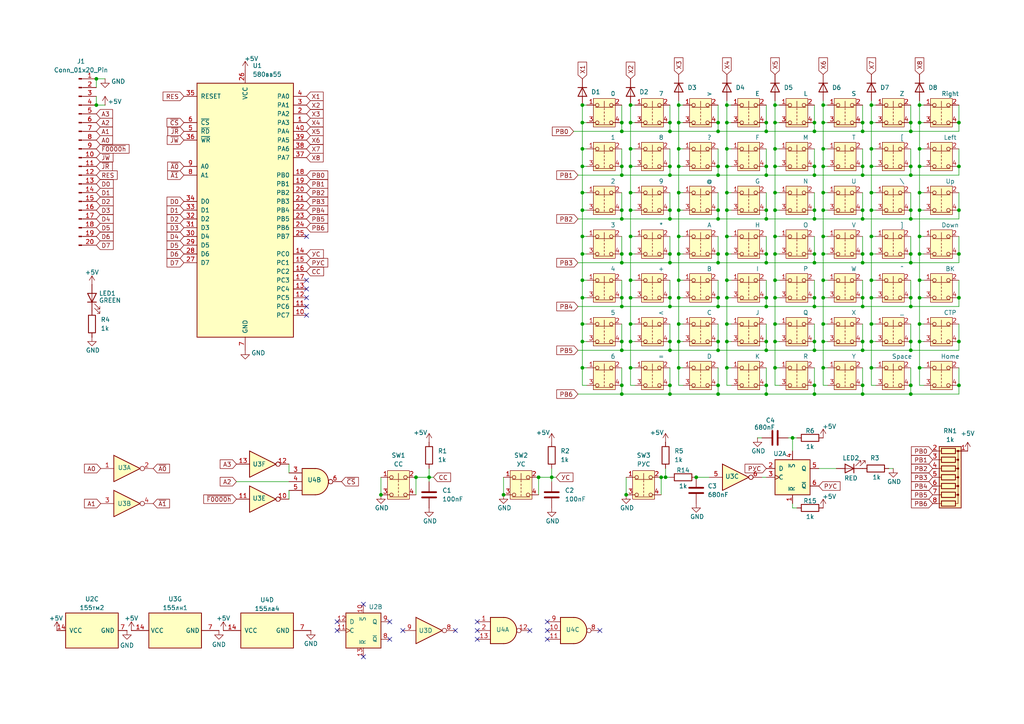
<source format=kicad_sch>
(kicad_sch (version 20250114) (generator "eeschema") (generator_version "9.0")
  (paper "A4")
  (title_block (title "UT88 keyboard") (date "2025-03-05") (rev "v1.0") (company "Eugene Chertikhin"))
  (junction (at 194.31 35.56))
  (junction (at 236.22 86.36))
  (junction (at 264.16 111.76))
  (junction (at 264.16 101.6))
  (junction (at 196.85 86.36))
  (junction (at 250.19 76.2))
  (junction (at 210.82 73.66))
  (junction (at 252.73 30.48))
  (junction (at 238.76 55.88))
  (junction (at 252.73 43.18))
  (junction (at 194.31 73.66))
  (junction (at 264.16 76.2))
  (junction (at 238.76 48.26))
  (junction (at 193.04 138.43))
  (junction (at 168.91 55.88))
  (junction (at 222.25 60.96))
  (junction (at 180.34 50.8))
  (junction (at 266.7 81.28))
  (junction (at 250.19 114.3))
  (junction (at 264.16 48.26))
  (junction (at 236.22 35.56))
  (junction (at 266.7 48.26))
  (junction (at 278.13 35.56))
  (junction (at 236.22 88.9))
  (junction (at 224.79 60.96))
  (junction (at 238.76 93.98))
  (junction (at 222.25 111.76))
  (junction (at 181.61 143.51))
  (junction (at 238.76 43.18))
  (junction (at 278.13 111.76))
  (junction (at 266.7 99.06))
  (junction (at 168.91 35.56))
  (junction (at 194.31 101.6))
  (junction (at 264.16 88.9))
  (junction (at 238.76 81.28))
  (junction (at 208.28 50.8))
  (junction (at 168.91 93.98))
  (junction (at 180.34 101.6))
  (junction (at 182.88 106.68))
  (junction (at 180.34 111.76))
  (junction (at 222.25 48.26))
  (junction (at 180.34 88.9))
  (junction (at 264.16 60.96))
  (junction (at 224.79 30.48))
  (junction (at 194.31 48.26))
  (junction (at 168.91 81.28))
  (junction (at 210.82 68.58))
  (junction (at 182.88 68.58))
  (junction (at 208.28 86.36))
  (junction (at 194.31 76.2))
  (junction (at 168.91 68.58))
  (junction (at 264.16 86.36))
  (junction (at 210.82 30.48))
  (junction (at 210.82 81.28))
  (junction (at 238.76 99.06))
  (junction (at 194.31 99.06))
  (junction (at 250.19 35.56))
  (junction (at 196.85 30.48))
  (junction (at 238.76 68.58))
  (junction (at 196.85 106.68))
  (junction (at 208.28 48.26))
  (junction (at 191.77 138.43))
  (junction (at 222.25 114.3))
  (junction (at 208.28 101.6))
  (junction (at 250.19 50.8))
  (junction (at 266.7 43.18))
  (junction (at 182.88 43.18))
  (junction (at 222.25 88.9))
  (junction (at 194.31 63.5))
  (junction (at 236.22 60.96))
  (junction (at 208.28 38.1))
  (junction (at 182.88 60.96))
  (junction (at 180.34 48.26))
  (junction (at 194.31 38.1))
  (junction (at 196.85 73.66))
  (junction (at 194.31 50.8))
  (junction (at 194.31 114.3))
  (junction (at 250.19 88.9))
  (junction (at 120.65 138.43))
  (junction (at 250.19 73.66))
  (junction (at 168.91 73.66))
  (junction (at 194.31 60.96))
  (junction (at 168.91 106.68))
  (junction (at 194.31 111.76))
  (junction (at 156.21 138.43))
  (junction (at 250.19 111.76))
  (junction (at 266.7 68.58))
  (junction (at 236.22 101.6))
  (junction (at 252.73 55.88))
  (junction (at 182.88 93.98))
  (junction (at 182.88 48.26))
  (junction (at 27.94 22.86))
  (junction (at 224.79 81.28))
  (junction (at 196.85 93.98))
  (junction (at 236.22 63.5))
  (junction (at 252.73 68.58))
  (junction (at 160.02 138.43))
  (junction (at 196.85 99.06))
  (junction (at 236.22 73.66))
  (junction (at 229.87 127))
  (junction (at 222.25 63.5))
  (junction (at 264.16 63.5))
  (junction (at 182.88 86.36))
  (junction (at 224.79 68.58))
  (junction (at 266.7 55.88))
  (junction (at 210.82 43.18))
  (junction (at 196.85 68.58))
  (junction (at 201.93 138.43))
  (junction (at 266.7 106.68))
  (junction (at 180.34 35.56))
  (junction (at 110.49 143.51))
  (junction (at 27.94 30.48))
  (junction (at 250.19 38.1))
  (junction (at 238.76 73.66))
  (junction (at 168.91 86.36))
  (junction (at 236.22 50.8))
  (junction (at 208.28 111.76))
  (junction (at 264.16 38.1))
  (junction (at 224.79 86.36))
  (junction (at 238.76 35.56))
  (junction (at 250.19 99.06))
  (junction (at 224.79 99.06))
  (junction (at 278.13 48.26))
  (junction (at 252.73 35.56))
  (junction (at 264.16 114.3))
  (junction (at 180.34 76.2))
  (junction (at 182.88 55.88))
  (junction (at 238.76 30.48))
  (junction (at 196.85 48.26))
  (junction (at 196.85 81.28))
  (junction (at 278.13 99.06))
  (junction (at 208.28 76.2))
  (junction (at 266.7 86.36))
  (junction (at 194.31 88.9))
  (junction (at 182.88 81.28))
  (junction (at 180.34 99.06))
  (junction (at 146.05 143.51))
  (junction (at 236.22 99.06))
  (junction (at 180.34 86.36))
  (junction (at 168.91 43.18))
  (junction (at 238.76 60.96))
  (junction (at 236.22 48.26))
  (junction (at 222.25 38.1))
  (junction (at 222.25 101.6))
  (junction (at 252.73 86.36))
  (junction (at 180.34 38.1))
  (junction (at 222.25 73.66))
  (junction (at 210.82 60.96))
  (junction (at 252.73 106.68))
  (junction (at 210.82 106.68))
  (junction (at 266.7 73.66))
  (junction (at 264.16 50.8))
  (junction (at 250.19 60.96))
  (junction (at 196.85 35.56))
  (junction (at 168.91 60.96))
  (junction (at 224.79 73.66))
  (junction (at 250.19 63.5))
  (junction (at 168.91 99.06))
  (junction (at 252.73 60.96))
  (junction (at 224.79 43.18))
  (junction (at 278.13 73.66))
  (junction (at 208.28 99.06))
  (junction (at 266.7 35.56))
  (junction (at 182.88 73.66))
  (junction (at 196.85 43.18))
  (junction (at 208.28 88.9))
  (junction (at 266.7 60.96))
  (junction (at 182.88 35.56))
  (junction (at 222.25 99.06))
  (junction (at 180.34 114.3))
  (junction (at 182.88 99.06))
  (junction (at 250.19 101.6))
  (junction (at 222.25 35.56))
  (junction (at 224.79 35.56))
  (junction (at 236.22 38.1))
  (junction (at 208.28 35.56))
  (junction (at 208.28 114.3))
  (junction (at 208.28 73.66))
  (junction (at 252.73 73.66))
  (junction (at 278.13 60.96))
  (junction (at 264.16 99.06))
  (junction (at 252.73 99.06))
  (junction (at 238.76 86.36))
  (junction (at 252.73 81.28))
  (junction (at 180.34 60.96))
  (junction (at 124.46 138.43))
  (junction (at 236.22 114.3))
  (junction (at 180.34 73.66))
  (junction (at 168.91 48.26))
  (junction (at 266.7 30.48))
  (junction (at 224.79 48.26))
  (junction (at 264.16 35.56))
  (junction (at 238.76 106.68))
  (junction (at 194.31 86.36))
  (junction (at 208.28 63.5))
  (junction (at 222.25 50.8))
  (junction (at 210.82 86.36))
  (junction (at 266.7 93.98))
  (junction (at 210.82 99.06))
  (junction (at 236.22 111.76))
  (junction (at 250.19 48.26))
  (junction (at 224.79 106.68))
  (junction (at 252.73 48.26))
  (junction (at 278.13 86.36))
  (junction (at 196.85 60.96))
  (junction (at 196.85 55.88))
  (junction (at 264.16 73.66))
  (junction (at 210.82 55.88))
  (junction (at 210.82 48.26))
  (junction (at 250.19 86.36))
  (junction (at 182.88 30.48))
  (junction (at 252.73 93.98))
  (junction (at 222.25 76.2))
  (junction (at 208.28 60.96))
  (junction (at 222.25 86.36))
  (junction (at 224.79 93.98))
  (junction (at 180.34 63.5))
  (junction (at 236.22 76.2))
  (junction (at 210.82 93.98))
  (junction (at 210.82 35.56))
  (junction (at 168.91 30.48))
  (junction (at 224.79 55.88))
  (no_connect (at 158.75 185.42))
  (no_connect (at 105.41 190.5))
  (no_connect (at 138.43 180.34))
  (no_connect (at 88.9 83.82))
  (no_connect (at 138.43 185.42))
  (no_connect (at 97.79 182.88))
  (no_connect (at 116.84 182.88))
  (no_connect (at 138.43 182.88))
  (no_connect (at 153.67 182.88))
  (no_connect (at 105.41 175.26))
  (no_connect (at 88.9 91.44))
  (no_connect (at 132.08 182.88))
  (no_connect (at 113.03 180.34))
  (no_connect (at 158.75 180.34))
  (no_connect (at 158.75 182.88))
  (no_connect (at 173.99 182.88))
  (no_connect (at 88.9 68.58))
  (no_connect (at 88.9 88.9))
  (no_connect (at 88.9 81.28))
  (no_connect (at 88.9 86.36))
  (no_connect (at 97.79 180.34))
  (no_connect (at 113.03 185.42))
  (wire (pts (xy 210.82 73.66) (xy 210.82 81.28)))
  (wire (pts (xy 236.22 76.2) (xy 250.19 76.2)))
  (wire (pts (xy 267.97 68.58) (xy 266.7 68.58)))
  (wire (pts (xy 68.58 139.7) (xy 83.82 139.7)))
  (wire (pts (xy 208.28 50.8) (xy 194.31 50.8)))
  (wire (pts (xy 226.06 93.98) (xy 224.79 93.98)))
  (wire (pts (xy 267.97 73.66) (xy 266.7 73.66)))
  (wire (pts (xy 226.06 106.68) (xy 224.79 106.68)))
  (wire (pts (xy 210.82 55.88) (xy 210.82 60.96)))
  (wire (pts (xy 196.85 81.28) (xy 196.85 86.36)))
  (wire (pts (xy 229.87 146.05) (xy 229.87 147.32)))
  (wire (pts (xy 194.31 43.18) (xy 194.31 48.26)))
  (wire (pts (xy 182.88 73.66) (xy 182.88 68.58)))
  (wire (pts (xy 250.19 68.58) (xy 250.19 73.66)))
  (wire (pts (xy 170.18 86.36) (xy 168.91 86.36)))
  (wire (pts (xy 278.13 60.96) (xy 278.13 63.5)))
  (wire (pts (xy 208.28 88.9) (xy 194.31 88.9)))
  (wire (pts (xy 170.18 93.98) (xy 168.91 93.98)))
  (wire (pts (xy 250.19 93.98) (xy 250.19 99.06)))
  (wire (pts (xy 198.12 111.76) (xy 196.85 111.76)))
  (wire (pts (xy 208.28 76.2) (xy 222.25 76.2)))
  (wire (pts (xy 222.25 35.56) (xy 222.25 38.1)))
  (wire (pts (xy 226.06 55.88) (xy 224.79 55.88)))
  (wire (pts (xy 198.12 30.48) (xy 196.85 30.48)))
  (wire (pts (xy 222.25 38.1) (xy 208.28 38.1)))
  (wire (pts (xy 278.13 35.56) (xy 278.13 38.1)))
  (wire (pts (xy 224.79 60.96) (xy 224.79 68.58)))
  (wire (pts (xy 170.18 106.68) (xy 168.91 106.68)))
  (wire (pts (xy 180.34 30.48) (xy 180.34 35.56)))
  (wire (pts (xy 194.31 35.56) (xy 194.31 38.1)))
  (wire (pts (xy 184.15 106.68) (xy 182.88 106.68)))
  (wire (pts (xy 254 68.58) (xy 252.73 68.58)))
  (wire (pts (xy 184.15 43.18) (xy 182.88 43.18)))
  (wire (pts (xy 226.06 99.06) (xy 224.79 99.06)))
  (wire (pts (xy 168.91 93.98) (xy 168.91 86.36)))
  (wire (pts (xy 212.09 43.18) (xy 210.82 43.18)))
  (wire (pts (xy 266.7 55.88) (xy 266.7 60.96)))
  (wire (pts (xy 168.91 35.56) (xy 168.91 30.48)))
  (wire (pts (xy 208.28 48.26) (xy 208.28 50.8)))
  (wire (pts (xy 278.13 111.76) (xy 278.13 114.3)))
  (wire (pts (xy 196.85 106.68) (xy 196.85 99.06)))
  (wire (pts (xy 208.28 60.96) (xy 208.28 63.5)))
  (wire (pts (xy 196.85 43.18) (xy 196.85 35.56)))
  (wire (pts (xy 237.49 135.89) (xy 242.57 135.89)))
  (wire (pts (xy 224.79 99.06) (xy 224.79 93.98)))
  (wire (pts (xy 208.28 68.58) (xy 208.28 73.66)))
  (wire (pts (xy 184.15 68.58) (xy 182.88 68.58)))
  (wire (pts (xy 240.03 111.76) (xy 238.76 111.76)))
  (wire (pts (xy 182.88 81.28) (xy 182.88 73.66)))
  (wire (pts (xy 267.97 35.56) (xy 266.7 35.56)))
  (wire (pts (xy 208.28 93.98) (xy 208.28 99.06)))
  (wire (pts (xy 167.64 76.2) (xy 180.34 76.2)))
  (wire (pts (xy 240.03 55.88) (xy 238.76 55.88)))
  (wire (pts (xy 182.88 30.48) (xy 184.15 30.48)))
  (wire (pts (xy 250.19 73.66) (xy 250.19 76.2)))
  (wire (pts (xy 278.13 73.66) (xy 278.13 76.2)))
  (wire (pts (xy 194.31 73.66) (xy 194.31 76.2)))
  (wire (pts (xy 224.79 86.36) (xy 224.79 81.28)))
  (wire (pts (xy 196.85 73.66) (xy 196.85 68.58)))
  (wire (pts (xy 194.31 55.88) (xy 194.31 60.96)))
  (wire (pts (xy 236.22 111.76) (xy 236.22 114.3)))
  (wire (pts (xy 266.7 68.58) (xy 266.7 73.66)))
  (wire (pts (xy 168.91 81.28) (xy 168.91 73.66)))
  (wire (pts (xy 196.85 81.28) (xy 196.85 73.66)))
  (wire (pts (xy 210.82 48.26) (xy 210.82 55.88)))
  (wire (pts (xy 124.46 139.7) (xy 124.46 138.43)))
  (wire (pts (xy 236.22 48.26) (xy 236.22 50.8)))
  (wire (pts (xy 266.7 93.98) (xy 266.7 99.06)))
  (wire (pts (xy 198.12 35.56) (xy 196.85 35.56)))
  (wire (pts (xy 250.19 81.28) (xy 250.19 86.36)))
  (wire (pts (xy 250.19 35.56) (xy 250.19 38.1)))
  (wire (pts (xy 27.94 30.48) (xy 30.48 30.48)))
  (wire (pts (xy 250.19 88.9) (xy 236.22 88.9)))
  (wire (pts (xy 236.22 30.48) (xy 236.22 35.56)))
  (wire (pts (xy 198.12 60.96) (xy 196.85 60.96)))
  (wire (pts (xy 236.22 88.9) (xy 222.25 88.9)))
  (wire (pts (xy 250.19 30.48) (xy 250.19 35.56)))
  (wire (pts (xy 168.91 68.58) (xy 168.91 60.96)))
  (wire (pts (xy 160.02 138.43) (xy 161.29 138.43)))
  (wire (pts (xy 210.82 43.18) (xy 210.82 48.26)))
  (wire (pts (xy 180.34 111.76) (xy 180.34 106.68)))
  (wire (pts (xy 229.87 147.32) (xy 231.14 147.32)))
  (wire (pts (xy 222.25 88.9) (xy 208.28 88.9)))
  (wire (pts (xy 278.13 68.58) (xy 278.13 73.66)))
  (wire (pts (xy 167.64 114.3) (xy 180.34 114.3)))
  (wire (pts (xy 198.12 55.88) (xy 196.85 55.88)))
  (wire (pts (xy 208.28 114.3) (xy 194.31 114.3)))
  (wire (pts (xy 267.97 43.18) (xy 266.7 43.18)))
  (wire (pts (xy 212.09 106.68) (xy 210.82 106.68)))
  (wire (pts (xy 194.31 63.5) (xy 180.34 63.5)))
  (wire (pts (xy 198.12 68.58) (xy 196.85 68.58)))
  (wire (pts (xy 266.7 106.68) (xy 266.7 99.06)))
  (wire (pts (xy 198.12 81.28) (xy 196.85 81.28)))
  (wire (pts (xy 208.28 106.68) (xy 208.28 111.76)))
  (wire (pts (xy 194.31 76.2) (xy 208.28 76.2)))
  (wire (pts (xy 210.82 43.18) (xy 210.82 35.56)))
  (wire (pts (xy 226.06 60.96) (xy 224.79 60.96)))
  (wire (pts (xy 254 111.76) (xy 252.73 111.76)))
  (wire (pts (xy 266.7 68.58) (xy 266.7 60.96)))
  (wire (pts (xy 238.76 68.58) (xy 238.76 73.66)))
  (wire (pts (xy 210.82 106.68) (xy 210.82 111.76)))
  (wire (pts (xy 254 86.36) (xy 252.73 86.36)))
  (wire (pts (xy 236.22 81.28) (xy 236.22 86.36)))
  (wire (pts (xy 278.13 88.9) (xy 264.16 88.9)))
  (wire (pts (xy 240.03 99.06) (xy 238.76 99.06)))
  (wire (pts (xy 264.16 63.5) (xy 278.13 63.5)))
  (wire (pts (xy 196.85 48.26) (xy 196.85 55.88)))
  (wire (pts (xy 168.91 60.96) (xy 168.91 55.88)))
  (wire (pts (xy 180.34 38.1) (xy 166.37 38.1)))
  (wire (pts (xy 222.25 48.26) (xy 222.25 50.8)))
  (wire (pts (xy 194.31 106.68) (xy 194.31 111.76)))
  (wire (pts (xy 264.16 111.76) (xy 264.16 114.3)))
  (wire (pts (xy 224.79 43.18) (xy 224.79 48.26)))
  (wire (pts (xy 208.28 63.5) (xy 194.31 63.5)))
  (wire (pts (xy 264.16 106.68) (xy 264.16 111.76)))
  (wire (pts (xy 264.16 68.58) (xy 264.16 73.66)))
  (wire (pts (xy 222.25 50.8) (xy 208.28 50.8)))
  (wire (pts (xy 254 106.68) (xy 252.73 106.68)))
  (wire (pts (xy 264.16 81.28) (xy 264.16 86.36)))
  (wire (pts (xy 208.28 73.66) (xy 208.28 76.2)))
  (wire (pts (xy 226.06 30.48) (xy 224.79 30.48)))
  (wire (pts (xy 210.82 81.28) (xy 210.82 86.36)))
  (wire (pts (xy 182.88 106.68) (xy 182.88 99.06)))
  (wire (pts (xy 168.91 55.88) (xy 168.91 48.26)))
  (wire (pts (xy 278.13 76.2) (xy 264.16 76.2)))
  (wire (pts (xy 180.34 101.6) (xy 180.34 99.06)))
  (wire (pts (xy 222.25 93.98) (xy 222.25 99.06)))
  (wire (pts (xy 250.19 111.76) (xy 250.19 114.3)))
  (wire (pts (xy 224.79 73.66) (xy 224.79 81.28)))
  (wire (pts (xy 222.25 60.96) (xy 222.25 63.5)))
  (wire (pts (xy 226.06 68.58) (xy 224.79 68.58)))
  (wire (pts (xy 252.73 99.06) (xy 252.73 93.98)))
  (wire (pts (xy 194.31 101.6) (xy 180.34 101.6)))
  (wire (pts (xy 240.03 106.68) (xy 238.76 106.68)))
  (wire (pts (xy 264.16 60.96) (xy 264.16 63.5)))
  (wire (pts (xy 250.19 38.1) (xy 236.22 38.1)))
  (wire (pts (xy 252.73 99.06) (xy 252.73 106.68)))
  (wire (pts (xy 278.13 99.06) (xy 278.13 101.6)))
  (wire (pts (xy 196.85 68.58) (xy 196.85 60.96)))
  (wire (pts (xy 266.7 48.26) (xy 266.7 55.88)))
  (wire (pts (xy 168.91 99.06) (xy 168.91 106.68)))
  (wire (pts (xy 182.88 93.98) (xy 182.88 86.36)))
  (wire (pts (xy 222.25 81.28) (xy 222.25 86.36)))
  (wire (pts (xy 266.7 73.66) (xy 266.7 81.28)))
  (wire (pts (xy 252.73 48.26) (xy 252.73 43.18)))
  (wire (pts (xy 180.34 50.8) (xy 180.34 48.26)))
  (wire (pts (xy 146.05 138.43) (xy 146.05 143.51)))
  (wire (pts (xy 222.25 68.58) (xy 222.25 73.66)))
  (wire (pts (xy 236.22 38.1) (xy 222.25 38.1)))
  (wire (pts (xy 238.76 60.96) (xy 238.76 68.58)))
  (wire (pts (xy 238.76 55.88) (xy 238.76 48.26)))
  (wire (pts (xy 124.46 138.43) (xy 120.65 138.43)))
  (wire (pts (xy 252.73 35.56) (xy 252.73 43.18)))
  (wire (pts (xy 198.12 73.66) (xy 196.85 73.66)))
  (wire (pts (xy 236.22 50.8) (xy 222.25 50.8)))
  (wire (pts (xy 224.79 68.58) (xy 224.79 73.66)))
  (wire (pts (xy 27.94 27.94) (xy 27.94 30.48)))
  (wire (pts (xy 240.03 43.18) (xy 238.76 43.18)))
  (wire (pts (xy 224.79 111.76) (xy 224.79 106.68)))
  (wire (pts (xy 267.97 55.88) (xy 266.7 55.88)))
  (wire (pts (xy 182.88 60.96) (xy 182.88 55.88)))
  (wire (pts (xy 236.22 86.36) (xy 236.22 88.9)))
  (wire (pts (xy 267.97 48.26) (xy 266.7 48.26)))
  (wire (pts (xy 208.28 38.1) (xy 194.31 38.1)))
  (wire (pts (xy 252.73 55.88) (xy 252.73 48.26)))
  (wire (pts (xy 254 55.88) (xy 252.73 55.88)))
  (wire (pts (xy 194.31 114.3) (xy 180.34 114.3)))
  (wire (pts (xy 208.28 111.76) (xy 208.28 114.3)))
  (wire (pts (xy 238.76 93.98) (xy 238.76 99.06)))
  (wire (pts (xy 224.79 93.98) (xy 224.79 86.36)))
  (wire (pts (xy 240.03 93.98) (xy 238.76 93.98)))
  (wire (pts (xy 250.19 63.5) (xy 264.16 63.5)))
  (wire (pts (xy 170.18 68.58) (xy 168.91 68.58)))
  (wire (pts (xy 266.7 35.56) (xy 266.7 30.48)))
  (wire (pts (xy 210.82 99.06) (xy 210.82 106.68)))
  (wire (pts (xy 254 30.48) (xy 252.73 30.48)))
  (wire (pts (xy 264.16 50.8) (xy 250.19 50.8)))
  (wire (pts (xy 238.76 73.66) (xy 238.76 81.28)))
  (wire (pts (xy 278.13 43.18) (xy 278.13 48.26)))
  (wire (pts (xy 252.73 86.36) (xy 252.73 93.98)))
  (wire (pts (xy 278.13 81.28) (xy 278.13 86.36)))
  (wire (pts (xy 236.22 43.18) (xy 236.22 48.26)))
  (wire (pts (xy 236.22 101.6) (xy 222.25 101.6)))
  (wire (pts (xy 160.02 135.89) (xy 160.02 138.43)))
  (wire (pts (xy 226.06 111.76) (xy 224.79 111.76)))
  (wire (pts (xy 210.82 86.36) (xy 210.82 93.98)))
  (wire (pts (xy 226.06 73.66) (xy 224.79 73.66)))
  (wire (pts (xy 196.85 30.48) (xy 196.85 35.56)))
  (wire (pts (xy 254 43.18) (xy 252.73 43.18)))
  (wire (pts (xy 252.73 73.66) (xy 252.73 81.28)))
  (wire (pts (xy 208.28 99.06) (xy 208.28 101.6)))
  (wire (pts (xy 278.13 30.48) (xy 278.13 35.56)))
  (wire (pts (xy 210.82 68.58) (xy 210.82 73.66)))
  (wire (pts (xy 210.82 30.48) (xy 210.82 29.21)))
  (wire (pts (xy 170.18 99.06) (xy 168.91 99.06)))
  (wire (pts (xy 267.97 81.28) (xy 266.7 81.28)))
  (wire (pts (xy 208.28 35.56) (xy 208.28 38.1)))
  (wire (pts (xy 194.31 81.28) (xy 194.31 86.36)))
  (wire (pts (xy 194.31 30.48) (xy 194.31 35.56)))
  (wire (pts (xy 210.82 35.56) (xy 210.82 30.48)))
  (wire (pts (xy 180.34 99.06) (xy 180.34 93.98)))
  (wire (pts (xy 267.97 106.68) (xy 266.7 106.68)))
  (wire (pts (xy 254 35.56) (xy 252.73 35.56)))
  (wire (pts (xy 224.79 30.48) (xy 224.79 35.56)))
  (wire (pts (xy 267.97 93.98) (xy 266.7 93.98)))
  (wire (pts (xy 224.79 30.48) (xy 224.79 29.21)))
  (wire (pts (xy 212.09 93.98) (xy 210.82 93.98)))
  (wire (pts (xy 170.18 81.28) (xy 168.91 81.28)))
  (wire (pts (xy 180.34 35.56) (xy 180.34 38.1)))
  (wire (pts (xy 236.22 60.96) (xy 236.22 63.5)))
  (wire (pts (xy 220.98 127) (xy 219.71 127)))
  (wire (pts (xy 252.73 68.58) (xy 252.73 60.96)))
  (wire (pts (xy 236.22 99.06) (xy 236.22 101.6)))
  (wire (pts (xy 250.19 60.96) (xy 250.19 63.5)))
  (wire (pts (xy 222.25 99.06) (xy 222.25 101.6)))
  (wire (pts (xy 240.03 35.56) (xy 238.76 35.56)))
  (wire (pts (xy 254 99.06) (xy 252.73 99.06)))
  (wire (pts (xy 212.09 30.48) (xy 210.82 30.48)))
  (wire (pts (xy 222.25 30.48) (xy 222.25 35.56)))
  (wire (pts (xy 264.16 30.48) (xy 264.16 35.56)))
  (wire (pts (xy 194.31 111.76) (xy 194.31 114.3)))
  (wire (pts (xy 182.88 43.18) (xy 182.88 35.56)))
  (wire (pts (xy 226.06 35.56) (xy 224.79 35.56)))
  (wire (pts (xy 212.09 35.56) (xy 210.82 35.56)))
  (wire (pts (xy 208.28 81.28) (xy 208.28 86.36)))
  (wire (pts (xy 184.15 35.56) (xy 182.88 35.56)))
  (wire (pts (xy 238.76 111.76) (xy 238.76 106.68)))
  (wire (pts (xy 160.02 138.43) (xy 156.21 138.43)))
  (wire (pts (xy 240.03 81.28) (xy 238.76 81.28)))
  (wire (pts (xy 194.31 38.1) (xy 180.34 38.1)))
  (wire (pts (xy 208.28 101.6) (xy 194.31 101.6)))
  (wire (pts (xy 278.13 101.6) (xy 264.16 101.6)))
  (wire (pts (xy 264.16 38.1) (xy 250.19 38.1)))
  (wire (pts (xy 194.31 93.98) (xy 194.31 99.06)))
  (wire (pts (xy 226.06 43.18) (xy 224.79 43.18)))
  (wire (pts (xy 208.28 43.18) (xy 208.28 48.26)))
  (wire (pts (xy 250.19 55.88) (xy 250.19 60.96)))
  (wire (pts (xy 191.77 138.43) (xy 193.04 138.43)))
  (wire (pts (xy 278.13 114.3) (xy 264.16 114.3)))
  (wire (pts (xy 27.94 22.86) (xy 27.94 25.4)))
  (wire (pts (xy 226.06 86.36) (xy 224.79 86.36)))
  (wire (pts (xy 198.12 43.18) (xy 196.85 43.18)))
  (wire (pts (xy 182.88 35.56) (xy 182.88 30.48)))
  (wire (pts (xy 180.34 60.96) (xy 180.34 55.88)))
  (wire (pts (xy 259.08 135.89) (xy 257.81 135.89)))
  (wire (pts (xy 196.85 43.18) (xy 196.85 48.26)))
  (wire (pts (xy 236.22 114.3) (xy 250.19 114.3)))
  (wire (pts (xy 240.03 60.96) (xy 238.76 60.96)))
  (wire (pts (xy 264.16 43.18) (xy 264.16 48.26)))
  (wire (pts (xy 250.19 43.18) (xy 250.19 48.26)))
  (wire (pts (xy 180.34 63.5) (xy 180.34 60.96)))
  (wire (pts (xy 184.15 93.98) (xy 182.88 93.98)))
  (wire (pts (xy 182.88 86.36) (xy 182.88 81.28)))
  (wire (pts (xy 212.09 99.06) (xy 210.82 99.06)))
  (wire (pts (xy 238.76 81.28) (xy 238.76 86.36)))
  (wire (pts (xy 236.22 55.88) (xy 236.22 60.96)))
  (wire (pts (xy 238.76 43.18) (xy 238.76 48.26)))
  (wire (pts (xy 194.31 76.2) (xy 180.34 76.2)))
  (wire (pts (xy 236.22 93.98) (xy 236.22 99.06)))
  (wire (pts (xy 240.03 30.48) (xy 238.76 30.48)))
  (wire (pts (xy 266.7 48.26) (xy 266.7 43.18)))
  (wire (pts (xy 236.22 68.58) (xy 236.22 73.66)))
  (wire (pts (xy 191.77 138.43) (xy 191.77 143.51)))
  (wire (pts (xy 212.09 60.96) (xy 210.82 60.96)))
  (wire (pts (xy 252.73 29.21) (xy 252.73 30.48)))
  (wire (pts (xy 182.88 111.76) (xy 182.88 106.68)))
  (wire (pts (xy 250.19 48.26) (xy 250.19 50.8)))
  (wire (pts (xy 170.18 73.66) (xy 168.91 73.66)))
  (wire (pts (xy 240.03 68.58) (xy 238.76 68.58)))
  (wire (pts (xy 168.91 43.18) (xy 170.18 43.18)))
  (wire (pts (xy 170.18 60.96) (xy 168.91 60.96)))
  (wire (pts (xy 238.76 30.48) (xy 238.76 29.21)))
  (wire (pts (xy 182.88 55.88) (xy 182.88 48.26)))
  (wire (pts (xy 264.16 55.88) (xy 264.16 60.96)))
  (wire (pts (xy 194.31 99.06) (xy 194.31 101.6)))
  (wire (pts (xy 194.31 68.58) (xy 194.31 73.66)))
  (wire (pts (xy 226.06 81.28) (xy 224.79 81.28)))
  (wire (pts (xy 212.09 81.28) (xy 210.82 81.28)))
  (wire (pts (xy 184.15 99.06) (xy 182.88 99.06)))
  (wire (pts (xy 198.12 48.26) (xy 196.85 48.26)))
  (wire (pts (xy 278.13 50.8) (xy 264.16 50.8)))
  (wire (pts (xy 264.16 35.56) (xy 264.16 38.1)))
  (wire (pts (xy 264.16 101.6) (xy 250.19 101.6)))
  (wire (pts (xy 278.13 48.26) (xy 278.13 50.8)))
  (wire (pts (xy 250.19 76.2) (xy 264.16 76.2)))
  (wire (pts (xy 182.88 48.26) (xy 182.88 43.18)))
  (wire (pts (xy 266.7 86.36) (xy 266.7 93.98)))
  (wire (pts (xy 266.7 81.28) (xy 266.7 86.36)))
  (wire (pts (xy 124.46 138.43) (xy 125.73 138.43)))
  (wire (pts (xy 196.85 60.96) (xy 196.85 55.88)))
  (wire (pts (xy 168.91 43.18) (xy 168.91 35.56)))
  (wire (pts (xy 252.73 81.28) (xy 252.73 86.36)))
  (wire (pts (xy 212.09 111.76) (xy 210.82 111.76)))
  (wire (pts (xy 250.19 50.8) (xy 236.22 50.8)))
  (wire (pts (xy 170.18 111.76) (xy 168.91 111.76)))
  (wire (pts (xy 83.82 134.62) (xy 83.82 137.16)))
  (wire (pts (xy 222.25 43.18) (xy 222.25 48.26)))
  (wire (pts (xy 168.91 48.26) (xy 168.91 43.18)))
  (wire (pts (xy 252.73 30.48) (xy 252.73 35.56)))
  (wire (pts (xy 266.7 30.48) (xy 266.7 29.21)))
  (wire (pts (xy 198.12 86.36) (xy 196.85 86.36)))
  (wire (pts (xy 168.91 93.98) (xy 168.91 99.06)))
  (wire (pts (xy 208.28 30.48) (xy 208.28 35.56)))
  (wire (pts (xy 254 60.96) (xy 252.73 60.96)))
  (wire (pts (xy 264.16 86.36) (xy 264.16 88.9)))
  (wire (pts (xy 240.03 73.66) (xy 238.76 73.66)))
  (wire (pts (xy 212.09 55.88) (xy 210.82 55.88)))
  (wire (pts (xy 180.34 73.66) (xy 180.34 68.58)))
  (wire (pts (xy 180.34 88.9) (xy 180.34 86.36)))
  (wire (pts (xy 222.25 111.76) (xy 222.25 114.3)))
  (wire (pts (xy 254 93.98) (xy 252.73 93.98)))
  (wire (pts (xy 194.31 48.26) (xy 194.31 50.8)))
  (wire (pts (xy 226.06 48.26) (xy 224.79 48.26)))
  (wire (pts (xy 264.16 99.06) (xy 264.16 101.6)))
  (wire (pts (xy 222.25 63.5) (xy 236.22 63.5)))
  (wire (pts (xy 184.15 60.96) (xy 182.88 60.96)))
  (wire (pts (xy 252.73 106.68) (xy 252.73 111.76)))
  (wire (pts (xy 198.12 99.06) (xy 196.85 99.06)))
  (wire (pts (xy 212.09 73.66) (xy 210.82 73.66)))
  (wire (pts (xy 222.25 55.88) (xy 222.25 60.96)))
  (wire (pts (xy 212.09 86.36) (xy 210.82 86.36)))
  (wire (pts (xy 27.94 22.86) (xy 30.48 22.86)))
  (wire (pts (xy 193.04 135.89) (xy 193.04 138.43)))
  (wire (pts (xy 194.31 86.36) (xy 194.31 88.9)))
  (wire (pts (xy 83.82 144.78) (xy 83.82 142.24)))
  (wire (pts (xy 193.04 138.43) (xy 194.31 138.43)))
  (wire (pts (xy 184.15 55.88) (xy 182.88 55.88)))
  (wire (pts (xy 250.19 101.6) (xy 236.22 101.6)))
  (wire (pts (xy 254 81.28) (xy 252.73 81.28)))
  (wire (pts (xy 238.76 35.56) (xy 238.76 43.18)))
  (wire (pts (xy 170.18 30.48) (xy 168.91 30.48)))
  (wire (pts (xy 224.79 55.88) (xy 224.79 60.96)))
  (wire (pts (xy 266.7 111.76) (xy 266.7 106.68)))
  (wire (pts (xy 170.18 55.88) (xy 168.91 55.88)))
  (wire (pts (xy 120.65 138.43) (xy 120.65 143.51)))
  (wire (pts (xy 254 48.26) (xy 252.73 48.26)))
  (wire (pts (xy 264.16 73.66) (xy 264.16 76.2)))
  (wire (pts (xy 168.91 111.76) (xy 168.91 106.68)))
  (wire (pts (xy 267.97 111.76) (xy 266.7 111.76)))
  (wire (pts (xy 278.13 55.88) (xy 278.13 60.96)))
  (wire (pts (xy 222.25 76.2) (xy 236.22 76.2)))
  (wire (pts (xy 264.16 48.26) (xy 264.16 50.8)))
  (wire (pts (xy 238.76 86.36) (xy 238.76 93.98)))
  (wire (pts (xy 208.28 55.88) (xy 208.28 60.96)))
  (wire (pts (xy 224.79 48.26) (xy 224.79 55.88)))
  (wire (pts (xy 238.76 106.68) (xy 238.76 99.06)))
  (wire (pts (xy 222.25 86.36) (xy 222.25 88.9)))
  (wire (pts (xy 167.64 50.8) (xy 180.34 50.8)))
  (wire (pts (xy 236.22 35.56) (xy 236.22 38.1)))
  (wire (pts (xy 250.19 63.5) (xy 236.22 63.5)))
  (wire (pts (xy 224.79 35.56) (xy 224.79 43.18)))
  (wire (pts (xy 167.64 88.9) (xy 180.34 88.9)))
  (wire (pts (xy 278.13 86.36) (xy 278.13 88.9)))
  (wire (pts (xy 182.88 99.06) (xy 182.88 93.98)))
  (wire (pts (xy 208.28 86.36) (xy 208.28 88.9)))
  (wire (pts (xy 196.85 99.06) (xy 196.85 93.98)))
  (wire (pts (xy 238.76 55.88) (xy 238.76 60.96)))
  (wire (pts (xy 180.34 48.26) (xy 180.34 43.18)))
  (wire (pts (xy 266.7 43.18) (xy 266.7 35.56)))
  (wire (pts (xy 198.12 93.98) (xy 196.85 93.98)))
  (wire (pts (xy 264.16 93.98) (xy 264.16 99.06)))
  (wire (pts (xy 168.91 86.36) (xy 168.91 81.28)))
  (wire (pts (xy 222.25 114.3) (xy 236.22 114.3)))
  (wire (pts (xy 184.15 86.36) (xy 182.88 86.36)))
  (wire (pts (xy 228.6 127) (xy 229.87 127)))
  (wire (pts (xy 196.85 86.36) (xy 196.85 93.98)))
  (wire (pts (xy 196.85 29.21) (xy 196.85 30.48)))
  (wire (pts (xy 240.03 86.36) (xy 238.76 86.36)))
  (wire (pts (xy 170.18 48.26) (xy 168.91 48.26)))
  (wire (pts (xy 124.46 135.89) (xy 124.46 138.43)))
  (wire (pts (xy 184.15 111.76) (xy 182.88 111.76)))
  (wire (pts (xy 110.49 138.43) (xy 110.49 143.51)))
  (wire (pts (xy 240.03 48.26) (xy 238.76 48.26)))
  (wire (pts (xy 184.15 48.26) (xy 182.88 48.26)))
  (wire (pts (xy 220.98 138.43) (xy 222.25 138.43)))
  (wire (pts (xy 180.34 86.36) (xy 180.34 81.28)))
  (wire (pts (xy 210.82 60.96) (xy 210.82 68.58)))
  (wire (pts (xy 180.34 88.9) (xy 194.31 88.9)))
  (wire (pts (xy 212.09 48.26) (xy 210.82 48.26)))
  (wire (pts (xy 194.31 50.8) (xy 180.34 50.8)))
  (wire (pts (xy 267.97 30.48) (xy 266.7 30.48)))
  (wire (pts (xy 267.97 60.96) (xy 266.7 60.96)))
  (wire (pts (xy 250.19 106.68) (xy 250.19 111.76)))
  (wire (pts (xy 238.76 35.56) (xy 238.76 30.48)))
  (wire (pts (xy 184.15 73.66) (xy 182.88 73.66)))
  (wire (pts (xy 198.12 106.68) (xy 196.85 106.68)))
  (wire (pts (xy 250.19 86.36) (xy 250.19 88.9)))
  (wire (pts (xy 212.09 68.58) (xy 210.82 68.58)))
  (wire (pts (xy 167.64 63.5) (xy 180.34 63.5)))
  (wire (pts (xy 278.13 38.1) (xy 264.16 38.1)))
  (wire (pts (xy 180.34 114.3) (xy 180.34 111.76)))
  (wire (pts (xy 156.21 138.43) (xy 156.21 143.51)))
  (wire (pts (xy 167.64 101.6) (xy 180.34 101.6)))
  (wire (pts (xy 196.85 111.76) (xy 196.85 106.68)))
  (wire (pts (xy 168.91 73.66) (xy 168.91 68.58)))
  (wire (pts (xy 250.19 99.06) (xy 250.19 101.6)))
  (wire (pts (xy 222.25 101.6) (xy 208.28 101.6)))
  (wire (pts (xy 278.13 93.98) (xy 278.13 99.06)))
  (wire (pts (xy 229.87 127) (xy 229.87 130.81)))
  (wire (pts (xy 229.87 127) (xy 231.14 127)))
  (wire (pts (xy 181.61 138.43) (xy 181.61 143.51)))
  (wire (pts (xy 180.34 76.2) (xy 180.34 73.66)))
  (wire (pts (xy 222.25 114.3) (xy 208.28 114.3)))
  (wire (pts (xy 236.22 106.68) (xy 236.22 111.76)))
  (wire (pts (xy 252.73 60.96) (xy 252.73 55.88)))
  (wire (pts (xy 184.15 81.28) (xy 182.88 81.28)))
  (wire (pts (xy 264.16 88.9) (xy 250.19 88.9)))
  (wire (pts (xy 250.19 114.3) (xy 264.16 114.3)))
  (wire (pts (xy 252.73 68.58) (xy 252.73 73.66)))
  (wire (pts (xy 278.13 106.68) (xy 278.13 111.76)))
  (wire (pts (xy 267.97 99.06) (xy 266.7 99.06)))
  (wire (pts (xy 201.93 138.43) (xy 205.74 138.43)))
  (wire (pts (xy 224.79 106.68) (xy 224.79 99.06)))
  (wire (pts (xy 254 73.66) (xy 252.73 73.66)))
  (wire (pts (xy 170.18 35.56) (xy 168.91 35.56)))
  (wire (pts (xy 267.97 86.36) (xy 266.7 86.36)))
  (wire (pts (xy 236.22 73.66) (xy 236.22 76.2)))
  (wire (pts (xy 222.25 106.68) (xy 222.25 111.76)))
  (wire (pts (xy 194.31 60.96) (xy 194.31 63.5)))
  (wire (pts (xy 210.82 93.98) (xy 210.82 99.06)))
  (wire (pts (xy 222.25 73.66) (xy 222.25 76.2)))
  (wire (pts (xy 182.88 68.58) (xy 182.88 60.96)))
  (wire (pts (xy 208.28 63.5) (xy 222.25 63.5)))
  (wire (pts (xy 160.02 139.7) (xy 160.02 138.43)))
  (global_label "PB2" (shape input) (at 167.64 63.5 180) (property "Intersheetrefs" "${INTERSHEET_REFS}" (effects (hide yes))))
  (global_label "X1" (shape input) (at 88.9 27.94 0) (property "Intersheetrefs" "${INTERSHEET_REFS}" (effects (hide yes))))
  (global_label "D3" (shape input) (at 27.94 60.96 0) (property "Intersheetrefs" "${INTERSHEET_REFS}" (effects (hide yes))))
  (global_label "PB4" (shape input) (at 167.64 88.9 180) (property "Intersheetrefs" "${INTERSHEET_REFS}" (effects (hide yes))))
  (global_label "PB2" (shape input) (at 270.51 135.89 180) (property "Intersheetrefs" "${INTERSHEET_REFS}" (effects (hide yes))))
  (global_label "PB2" (shape input) (at 88.9 55.88 0) (property "Intersheetrefs" "${INTERSHEET_REFS}" (effects (hide yes))))
  (global_label "~{F0000h}" (shape input) (at 27.94 43.18 0) (property "Intersheetrefs" "${INTERSHEET_REFS}" (effects (hide yes))))
  (global_label "CC" (shape input) (at 88.9 78.74 0) (property "Intersheetrefs" "${INTERSHEET_REFS}" (effects (hide yes))))
  (global_label "X7" (shape input) (at 252.73 21.59 90) (property "Intersheetrefs" "${INTERSHEET_REFS}" (effects (hide yes))))
  (global_label "X2" (shape input) (at 88.9 30.48 0) (property "Intersheetrefs" "${INTERSHEET_REFS}" (effects (hide yes))))
  (global_label "РУС" (shape input) (at 222.25 135.89 180) (property "Intersheetrefs" "${INTERSHEET_REFS}" (effects (hide yes))))
  (global_label "D7" (shape input) (at 53.34 76.2 180) (property "Intersheetrefs" "${INTERSHEET_REFS}" (effects (hide yes))))
  (global_label "PB1" (shape input) (at 88.9 53.34 0) (property "Intersheetrefs" "${INTERSHEET_REFS}" (effects (hide yes))))
  (global_label "X5" (shape input) (at 224.79 21.59 90) (property "Intersheetrefs" "${INTERSHEET_REFS}" (effects (hide yes))))
  (global_label "D3" (shape input) (at 53.34 66.04 180) (property "Intersheetrefs" "${INTERSHEET_REFS}" (effects (hide yes))))
  (global_label "A1" (shape input) (at 29.21 146.05 180) (property "Intersheetrefs" "${INTERSHEET_REFS}" (effects (hide yes))))
  (global_label "~{F0000h}" (shape input) (at 68.58 144.78 180) (property "Intersheetrefs" "${INTERSHEET_REFS}" (effects (hide yes))))
  (global_label "~{JW}" (shape input) (at 53.34 40.64 180) (property "Intersheetrefs" "${INTERSHEET_REFS}" (effects (hide yes))))
  (global_label "CC" (shape input) (at 125.73 138.43 0) (property "Intersheetrefs" "${INTERSHEET_REFS}" (effects (hide yes))))
  (global_label "RES" (shape input) (at 53.34 27.94 180) (property "Intersheetrefs" "${INTERSHEET_REFS}" (effects (hide yes))))
  (global_label "D2" (shape input) (at 53.34 63.5 180) (property "Intersheetrefs" "${INTERSHEET_REFS}" (effects (hide yes))))
  (global_label "X1" (shape input) (at 168.91 22.86 90) (property "Intersheetrefs" "${INTERSHEET_REFS}" (effects (hide yes))))
  (global_label "A0" (shape input) (at 29.21 135.89 180) (property "Intersheetrefs" "${INTERSHEET_REFS}" (effects (hide yes))))
  (global_label "X3" (shape input) (at 88.9 33.02 0) (property "Intersheetrefs" "${INTERSHEET_REFS}" (effects (hide yes))))
  (global_label "X6" (shape input) (at 238.76 21.59 90) (property "Intersheetrefs" "${INTERSHEET_REFS}" (effects (hide yes))))
  (global_label "PB0" (shape input) (at 166.37 38.1 180) (property "Intersheetrefs" "${INTERSHEET_REFS}" (effects (hide yes))))
  (global_label "A1" (shape input) (at 27.94 38.1 0) (property "Intersheetrefs" "${INTERSHEET_REFS}" (effects (hide yes))))
  (global_label "РУС" (shape input) (at 88.9 76.2 0) (property "Intersheetrefs" "${INTERSHEET_REFS}" (effects (hide yes))))
  (global_label "A2" (shape input) (at 68.58 139.7 180) (property "Intersheetrefs" "${INTERSHEET_REFS}" (effects (hide yes))))
  (global_label "PB6" (shape input) (at 270.51 146.05 180) (property "Intersheetrefs" "${INTERSHEET_REFS}" (effects (hide yes))))
  (global_label "PB0" (shape input) (at 88.9 50.8 0) (property "Intersheetrefs" "${INTERSHEET_REFS}" (effects (hide yes))))
  (global_label "PB6" (shape input) (at 167.64 114.3 180) (property "Intersheetrefs" "${INTERSHEET_REFS}" (effects (hide yes))))
  (global_label "X4" (shape input) (at 88.9 35.56 0) (property "Intersheetrefs" "${INTERSHEET_REFS}" (effects (hide yes))))
  (global_label "X8" (shape input) (at 266.7 21.59 90) (property "Intersheetrefs" "${INTERSHEET_REFS}" (effects (hide yes))))
  (global_label "PB3" (shape input) (at 88.9 58.42 0) (property "Intersheetrefs" "${INTERSHEET_REFS}" (effects (hide yes))))
  (global_label "D6" (shape input) (at 53.34 73.66 180) (property "Intersheetrefs" "${INTERSHEET_REFS}" (effects (hide yes))))
  (global_label "~{CS}" (shape input) (at 99.06 139.7 0) (property "Intersheetrefs" "${INTERSHEET_REFS}" (effects (hide yes))))
  (global_label "PB3" (shape input) (at 167.64 76.2 180) (property "Intersheetrefs" "${INTERSHEET_REFS}" (effects (hide yes))))
  (global_label "~{A1}" (shape input) (at 44.45 146.05 0) (property "Intersheetrefs" "${INTERSHEET_REFS}" (effects (hide yes))))
  (global_label "~{CS}" (shape input) (at 53.34 35.56 180) (property "Intersheetrefs" "${INTERSHEET_REFS}" (effects (hide yes))))
  (global_label "D5" (shape input) (at 53.34 71.12 180) (property "Intersheetrefs" "${INTERSHEET_REFS}" (effects (hide yes))))
  (global_label "PB4" (shape input) (at 88.9 60.96 0) (property "Intersheetrefs" "${INTERSHEET_REFS}" (effects (hide yes))))
  (global_label "PB1" (shape input) (at 167.64 50.8 180) (property "Intersheetrefs" "${INTERSHEET_REFS}" (effects (hide yes))))
  (global_label "~{A0}" (shape input) (at 44.45 135.89 0) (property "Intersheetrefs" "${INTERSHEET_REFS}" (effects (hide yes))))
  (global_label "D2" (shape input) (at 27.94 58.42 0) (property "Intersheetrefs" "${INTERSHEET_REFS}" (effects (hide yes))))
  (global_label "RES" (shape input) (at 27.94 50.8 0) (property "Intersheetrefs" "${INTERSHEET_REFS}" (effects (hide yes))))
  (global_label "A0" (shape input) (at 27.94 40.64 0) (property "Intersheetrefs" "${INTERSHEET_REFS}" (effects (hide yes))))
  (global_label "D1" (shape input) (at 53.34 60.96 180) (property "Intersheetrefs" "${INTERSHEET_REFS}" (effects (hide yes))))
  (global_label "X2" (shape input) (at 182.88 22.86 90) (property "Intersheetrefs" "${INTERSHEET_REFS}" (effects (hide yes))))
  (global_label "D7" (shape input) (at 27.94 71.12 0) (property "Intersheetrefs" "${INTERSHEET_REFS}" (effects (hide yes))))
  (global_label "D1" (shape input) (at 27.94 55.88 0) (property "Intersheetrefs" "${INTERSHEET_REFS}" (effects (hide yes))))
  (global_label "D0" (shape input) (at 53.34 58.42 180) (property "Intersheetrefs" "${INTERSHEET_REFS}" (effects (hide yes))))
  (global_label "~{JR}" (shape input) (at 27.94 48.26 0) (property "Intersheetrefs" "${INTERSHEET_REFS}" (effects (hide yes))))
  (global_label "~{A0}" (shape input) (at 53.34 48.26 180) (property "Intersheetrefs" "${INTERSHEET_REFS}" (effects (hide yes))))
  (global_label "X7" (shape input) (at 88.9 43.18 0) (property "Intersheetrefs" "${INTERSHEET_REFS}" (effects (hide yes))))
  (global_label "РУС" (shape input) (at 237.49 140.97 0) (property "Intersheetrefs" "${INTERSHEET_REFS}" (effects (hide yes))))
  (global_label "A3" (shape input) (at 27.94 33.02 0) (property "Intersheetrefs" "${INTERSHEET_REFS}" (effects (hide yes))))
  (global_label "D0" (shape input) (at 27.94 53.34 0) (property "Intersheetrefs" "${INTERSHEET_REFS}" (effects (hide yes))))
  (global_label "PB1" (shape input) (at 270.51 133.35 180) (property "Intersheetrefs" "${INTERSHEET_REFS}" (effects (hide yes))))
  (global_label "A2" (shape input) (at 27.94 35.56 0) (property "Intersheetrefs" "${INTERSHEET_REFS}" (effects (hide yes))))
  (global_label "PB6" (shape input) (at 88.9 66.04 0) (property "Intersheetrefs" "${INTERSHEET_REFS}" (effects (hide yes))))
  (global_label "X5" (shape input) (at 88.9 38.1 0) (property "Intersheetrefs" "${INTERSHEET_REFS}" (effects (hide yes))))
  (global_label "УС" (shape input) (at 161.29 138.43 0) (property "Intersheetrefs" "${INTERSHEET_REFS}" (effects (hide yes))))
  (global_label "PB4" (shape input) (at 270.51 140.97 180) (property "Intersheetrefs" "${INTERSHEET_REFS}" (effects (hide yes))))
  (global_label "~{JW}" (shape input) (at 27.94 45.72 0) (property "Intersheetrefs" "${INTERSHEET_REFS}" (effects (hide yes))))
  (global_label "D5" (shape input) (at 27.94 66.04 0) (property "Intersheetrefs" "${INTERSHEET_REFS}" (effects (hide yes))))
  (global_label "PB5" (shape input) (at 167.64 101.6 180) (property "Intersheetrefs" "${INTERSHEET_REFS}" (effects (hide yes))))
  (global_label "~{JR}" (shape input) (at 53.34 38.1 180) (property "Intersheetrefs" "${INTERSHEET_REFS}" (effects (hide yes))))
  (global_label "PB5" (shape input) (at 270.51 143.51 180) (property "Intersheetrefs" "${INTERSHEET_REFS}" (effects (hide yes))))
  (global_label "D4" (shape input) (at 27.94 63.5 0) (property "Intersheetrefs" "${INTERSHEET_REFS}" (effects (hide yes))))
  (global_label "X3" (shape input) (at 196.85 21.59 90) (property "Intersheetrefs" "${INTERSHEET_REFS}" (effects (hide yes))))
  (global_label "X8" (shape input) (at 88.9 45.72 0) (property "Intersheetrefs" "${INTERSHEET_REFS}" (effects (hide yes))))
  (global_label "A3" (shape input) (at 68.58 134.62 180) (property "Intersheetrefs" "${INTERSHEET_REFS}" (effects (hide yes))))
  (global_label "УС" (shape input) (at 88.9 73.66 0) (property "Intersheetrefs" "${INTERSHEET_REFS}" (effects (hide yes))))
  (global_label "D4" (shape input) (at 53.34 68.58 180) (property "Intersheetrefs" "${INTERSHEET_REFS}" (effects (hide yes))))
  (global_label "D6" (shape input) (at 27.94 68.58 0) (property "Intersheetrefs" "${INTERSHEET_REFS}" (effects (hide yes))))
  (global_label "PB3" (shape input) (at 270.51 138.43 180) (property "Intersheetrefs" "${INTERSHEET_REFS}" (effects (hide yes))))
  (global_label "PB0" (shape input) (at 270.51 130.81 180) (property "Intersheetrefs" "${INTERSHEET_REFS}" (effects (hide yes))))
  (global_label "X6" (shape input) (at 88.9 40.64 0) (property "Intersheetrefs" "${INTERSHEET_REFS}" (effects (hide yes))))
  (global_label "PB5" (shape input) (at 88.9 63.5 0) (property "Intersheetrefs" "${INTERSHEET_REFS}" (effects (hide yes))))
  (global_label "~{A1}" (shape input) (at 53.34 50.8 180) (property "Intersheetrefs" "${INTERSHEET_REFS}" (effects (hide yes))))
  (global_label "X4" (shape input) (at 210.82 21.59 90) (property "Intersheetrefs" "${INTERSHEET_REFS}" (effects (hide yes))))
  (symbol (lib_id "power:GND") (at 36.83 182.88 0) (unit 1)
    (property "Reference" "#PWR05" (effects (hide yes)))
    (property "Value" "GND" (at 36.83 187.198 0))
    (property "Description" "Power symbol creates a global label with name \"GND\" , ground" (effects (hide yes)))
  )
  (symbol (lib_id "Diode:1N4148") (at 266.7 25.4 270) (unit 1)
    (property "Reference" "D8" (at 269.24 25.3999 90) (effects (justify left)))
    (property "Value" "1N4148" (effects (hide yes)))
    (property "Footprint" "Diode_THT:D_DO-35_SOD27_P7.62mm_Horizontal" (effects (hide yes)))
    (property "Datasheet" "https://assets.nexperia.com/documents/data-sheet/1N4148_1N4448.pdf" (effects (hide yes)))
    (property "Description" "100V 0.15A standard switching diode, DO-35" (effects (hide yes)))
    (property "Sim.Device" "D" (effects (hide yes)))
    (property "Sim.Pins" "1=K 2=A" (effects (hide yes)))
  )
  (symbol (lib_id "Switch:SW_Push_Open_Dual") (at 245.11 81.28 0) (unit 1)
    (property "Reference" "SW43" (effects (hide yes)))
    (property "Value" "W" (at 247.65 77.978 0))
    (property "Footprint" "Connector_Coaxial:CoaxialSwitch_Hirose_MS-156C3_Horizontal" (effects (hide yes)))
    (property "Description" "Push button switch, normally closed, generic, four pins" (effects (hide yes)))
  )
  (symbol (lib_id "Switch:SW_Push_Open_Dual") (at 203.2 93.98 0) (unit 1)
    (property "Reference" "SW23" (effects (hide yes)))
    (property "Value" "C" (at 205.74 90.678 0))
    (property "Footprint" "Connector_Coaxial:CoaxialSwitch_Hirose_MS-156C3_Horizontal" (effects (hide yes)))
    (property "Description" "Push button switch, normally closed, generic, four pins" (effects (hide yes)))
  )
  (symbol (lib_id "Switch:SW_Push_Open_Dual") (at 259.08 55.88 0) (unit 1)
    (property "Reference" "SW48" (effects (hide yes)))
    (property "Value" "\\" (at 261.62 52.578 0))
    (property "Footprint" "Connector_Coaxial:CoaxialSwitch_Hirose_MS-156C3_Horizontal" (effects (hide yes)))
    (property "Description" "Push button switch, normally closed, generic, four pins" (effects (hide yes)))
  )
  (symbol (lib_id "Device:R") (at 160.02 132.08 0) (unit 1)
    (property "Reference" "R2" (at 162.56 130.8099 0) (effects (justify left)))
    (property "Value" "1k" (at 162.56 133.3499 0) (effects (justify left)))
    (property "Footprint" "Resistor_THT:R_Axial_DIN0411_L9.9mm_D3.6mm_P12.70mm_Horizontal" (effects (hide yes)))
    (property "Description" "Resistor" (effects (hide yes)))
  )
  (symbol (lib_id "Device:R") (at 234.95 147.32 90) (unit 1)
    (property "Reference" "R15" (at 234.95 145.288 90))
    (property "Value" "1k" (at 234.95 149.86 90))
    (property "Footprint" "Resistor_THT:R_Axial_DIN0411_L9.9mm_D3.6mm_P12.70mm_Horizontal" (effects (hide yes)))
    (property "Description" "Resistor" (effects (hide yes)))
  )
  (symbol (lib_id "power:+5V") (at 26.67 82.55 0) (unit 1)
    (property "Reference" "#PWR020" (effects (hide yes)))
    (property "Value" "+5V" (at 26.67 78.994 0))
    (property "Description" "Power symbol creates a global label with name \"+5V\"" (effects (hide yes)))
  )
  (symbol (lib_id "74xx:74LS04") (at 76.2 144.78 0) (unit 5)
    (property "Reference" "U3" (at 75.184 144.526 0))
    (property "Value" "155лн1" (effects (hide yes)))
    (property "Footprint" "Package_DIP:DIP-14_W7.62mm_LongPads" (effects (hide yes)))
    (property "Datasheet" "http://www.ti.com/lit/gpn/sn74LS04" (effects (hide yes)))
    (property "Description" "Hex Inverter" (effects (hide yes)))
  )
  (symbol (lib_id "74xx:74LS04") (at 36.83 135.89 0) (unit 1)
    (property "Reference" "U3" (at 36.068 135.636 0))
    (property "Value" "155лн1" (effects (hide yes)))
    (property "Footprint" "Package_DIP:DIP-14_W7.62mm_LongPads" (effects (hide yes)))
    (property "Datasheet" "http://www.ti.com/lit/gpn/sn74LS04" (effects (hide yes)))
    (property "Description" "Hex Inverter" (effects (hide yes)))
  )
  (symbol (lib_id "Switch:SW_Push_Open_Dual") (at 175.26 68.58 0) (unit 1)
    (property "Reference" "SW7" (effects (hide yes)))
    (property "Value" "3" (at 177.8 65.278 0))
    (property "Footprint" "Connector_Coaxial:CoaxialSwitch_Hirose_MS-156C3_Horizontal" (effects (hide yes)))
    (property "Description" "Push button switch, normally closed, generic, four pins" (effects (hide yes)))
  )
  (symbol (lib_id "Device:C") (at 124.46 143.51 0) (unit 1)
    (property "Reference" "C1" (at 128.27 142.2399 0) (effects (justify left)))
    (property "Value" "100nF" (at 128.27 144.7799 0) (effects (justify left)))
    (property "Footprint" "Capacitor_THT:C_Axial_L3.8mm_D2.6mm_P7.50mm_Horizontal" (effects (hide yes)))
    (property "Description" "Unpolarized capacitor" (effects (hide yes)))
  )
  (symbol (lib_id "power:GND") (at 71.12 101.6 0) (unit 1)
    (property "Reference" "#PWR04" (effects (hide yes)))
    (property "Value" "GND" (at 74.93 102.362 0))
    (property "Description" "Power symbol creates a global label with name \"GND\" , ground" (effects (hide yes)))
  )
  (symbol (lib_id "power:GND") (at 259.08 135.89 0) (unit 1)
    (property "Reference" "#PWR017" (effects (hide yes)))
    (property "Value" "GND" (at 259.334 139.7 0))
    (property "Description" "Power symbol creates a global label with name \"GND\" , ground" (effects (hide yes)))
  )
  (symbol (lib_id "power:+5V") (at 16.51 182.88 0) (unit 1)
    (property "Reference" "#PWR010" (effects (hide yes)))
    (property "Value" "+5V" (at 16.256 179.324 0))
    (property "Description" "Power symbol creates a global label with name \"+5V\"" (effects (hide yes)))
  )
  (symbol (lib_id "Switch:SW_Push_Open_Dual") (at 175.26 43.18 0) (unit 1)
    (property "Reference" "SW5" (effects (hide yes)))
    (property "Value" "1" (at 177.8 39.878 0))
    (property "Footprint" "Connector_Coaxial:CoaxialSwitch_Hirose_MS-156C3_Horizontal" (effects (hide yes)))
    (property "Description" "Push button switch, normally closed, generic, four pins" (effects (hide yes)))
  )
  (symbol (lib_id "Switch:SW_Push_Open_Dual") (at 259.08 93.98 0) (unit 1)
    (property "Reference" "SW51" (effects (hide yes)))
    (property "Value" "_" (at 261.62 90.678 0))
    (property "Footprint" "Connector_Coaxial:CoaxialSwitch_Hirose_MS-156C3_Horizontal" (effects (hide yes)))
    (property "Description" "Push button switch, normally closed, generic, four pins" (effects (hide yes)))
  )
  (symbol (lib_id "Switch:SW_Push_Open_Dual") (at 217.17 43.18 0) (unit 1)
    (property "Reference" "SW26" (effects (hide yes)))
    (property "Value" "F" (at 219.71 39.878 0))
    (property "Footprint" "Connector_Coaxial:CoaxialSwitch_Hirose_MS-156C3_Horizontal" (effects (hide yes)))
    (property "Description" "Push button switch, normally closed, generic, four pins" (effects (hide yes)))
  )
  (symbol (lib_id "Switch:SW_Push_Open_Dual") (at 273.05 106.68 0) (unit 1)
    (property "Reference" "SW59" (effects (hide yes)))
    (property "Value" "Home" (at 275.59 103.378 0))
    (property "Footprint" "Connector_Coaxial:CoaxialSwitch_Hirose_MS-156C3_Horizontal" (effects (hide yes)))
    (property "Description" "Push button switch, normally closed, generic, four pins" (effects (hide yes)))
  )
  (symbol (lib_id "Diode:1N4148") (at 168.91 26.67 270) (unit 1)
    (property "Reference" "D1" (at 171.45 26.6699 90) (effects (justify left)))
    (property "Value" "1N4148" (effects (hide yes)))
    (property "Footprint" "Diode_THT:D_DO-35_SOD27_P7.62mm_Horizontal" (effects (hide yes)))
    (property "Datasheet" "https://assets.nexperia.com/documents/data-sheet/1N4148_1N4448.pdf" (effects (hide yes)))
    (property "Description" "100V 0.15A standard switching diode, DO-35" (effects (hide yes)))
    (property "Sim.Device" "D" (effects (hide yes)))
    (property "Sim.Pins" "1=K 2=A" (effects (hide yes)))
  )
  (symbol (lib_id "74xx:74LS04") (at 124.46 182.88 0) (unit 4)
    (property "Reference" "U3" (at 123.444 182.88 0))
    (property "Value" "155лн1" (effects (hide yes)))
    (property "Footprint" "Package_DIP:DIP-14_W7.62mm_LongPads" (effects (hide yes)))
    (property "Datasheet" "http://www.ti.com/lit/gpn/sn74LS04" (effects (hide yes)))
    (property "Description" "Hex Inverter" (effects (hide yes)))
  )
  (symbol (lib_id "Switch:SW_Push_Open_Dual") (at 231.14 30.48 0) (unit 1)
    (property "Reference" "SW32" (effects (hide yes)))
    (property "Value" "L" (at 233.68 27.178 0))
    (property "Footprint" "Connector_Coaxial:CoaxialSwitch_Hirose_MS-156C3_Horizontal" (effects (hide yes)))
    (property "Description" "Push button switch, normally closed, generic, four pins" (effects (hide yes)))
  )
  (symbol (lib_id "74xx:74LS04") (at 213.36 138.43 0) (unit 3)
    (property "Reference" "U3" (at 212.344 138.176 0))
    (property "Value" "155лн1" (effects (hide yes)))
    (property "Footprint" "Package_DIP:DIP-14_W7.62mm_LongPads" (effects (hide yes)))
    (property "Datasheet" "http://www.ti.com/lit/gpn/sn74LS04" (effects (hide yes)))
    (property "Description" "Hex Inverter" (effects (hide yes)))
  )
  (symbol (lib_id "Switch:SW_Push_Open_Dual") (at 189.23 93.98 0) (unit 1)
    (property "Reference" "SW16" (effects (hide yes)))
    (property "Value" "<" (at 191.77 90.678 0))
    (property "Footprint" "Connector_Coaxial:CoaxialSwitch_Hirose_MS-156C3_Horizontal" (effects (hide yes)))
    (property "Description" "Push button switch, normally closed, generic, four pins" (effects (hide yes)))
  )
  (symbol (lib_id "power:GND") (at 146.05 143.51 0) (unit 1)
    (property "Reference" "#PWR014" (effects (hide yes)))
    (property "Value" "GND" (at 146.304 147.32 0))
    (property "Description" "Power symbol creates a global label with name \"GND\" , ground" (effects (hide yes)))
  )
  (symbol (lib_id "Switch:SW_Push_Open_Dual") (at 273.05 55.88 0) (unit 1)
    (property "Reference" "SW55" (effects (hide yes)))
    (property "Value" "Up" (at 275.59 52.578 0))
    (property "Footprint" "Connector_Coaxial:CoaxialSwitch_Hirose_MS-156C3_Horizontal" (effects (hide yes)))
    (property "Description" "Push button switch, normally closed, generic, four pins" (effects (hide yes)))
  )
  (symbol (lib_id "Switch:SW_Push_Open_Dual") (at 189.23 106.68 0) (unit 1)
    (property "Reference" "SW17" (effects (hide yes)))
    (property "Value" "=" (at 191.77 103.378 0))
    (property "Footprint" "Connector_Coaxial:CoaxialSwitch_Hirose_MS-156C3_Horizontal" (effects (hide yes)))
    (property "Description" "Push button switch, normally closed, generic, four pins" (effects (hide yes)))
  )
  (symbol (lib_id "Diode:1N4148") (at 252.73 25.4 270) (unit 1)
    (property "Reference" "D7" (at 255.27 25.3999 90) (effects (justify left)))
    (property "Value" "1N4148" (effects (hide yes)))
    (property "Footprint" "Diode_THT:D_DO-35_SOD27_P7.62mm_Horizontal" (effects (hide yes)))
    (property "Datasheet" "https://assets.nexperia.com/documents/data-sheet/1N4148_1N4448.pdf" (effects (hide yes)))
    (property "Description" "100V 0.15A standard switching diode, DO-35" (effects (hide yes)))
    (property "Sim.Device" "D" (effects (hide yes)))
    (property "Sim.Pins" "1=K 2=A" (effects (hide yes)))
  )
  (symbol (lib_id "74xx:74LS74") (at 26.67 182.88 90) (unit 3)
    (property "Reference" "U2" (at 26.67 173.736 90))
    (property "Value" "155тм2" (at 26.67 176.276 90))
    (property "Footprint" "Package_DIP:DIP-14_W7.62mm_LongPads" (effects (hide yes)))
    (property "Datasheet" "74xx/74hc_hct74.pdf" (effects (hide yes)))
    (property "Description" "Dual D Flip-flop, Set & Reset" (effects (hide yes)))
  )
  (symbol (lib_id "power:GND") (at 26.67 97.79 0) (unit 1)
    (property "Reference" "#PWR018" (effects (hide yes)))
    (property "Value" "GND" (at 26.924 101.6 0))
    (property "Description" "Power symbol creates a global label with name \"GND\" , ground" (effects (hide yes)))
  )
  (symbol (lib_id "power:+5V") (at 71.12 20.32 0) (unit 1)
    (property "Reference" "#PWR03" (effects (hide yes)))
    (property "Value" "+5V" (at 72.898 17.018 0))
    (property "Description" "Power symbol creates a global label with name \"+5V\"" (effects (hide yes)))
  )
  (symbol (lib_id "Switch:SW_Push_Open_Dual") (at 217.17 106.68 0) (unit 1)
    (property "Reference" "SW31" (effects (hide yes)))
    (property "Value" "K" (at 219.71 103.378 0))
    (property "Footprint" "Connector_Coaxial:CoaxialSwitch_Hirose_MS-156C3_Horizontal" (effects (hide yes)))
    (property "Description" "Push button switch, normally closed, generic, four pins" (effects (hide yes)))
  )
  (symbol (lib_id "Device:R") (at 193.04 132.08 180) (unit 1)
    (property "Reference" "R5" (at 195.58 130.8099 0) (effects (justify right)))
    (property "Value" "1k" (at 195.58 133.3499 0) (effects (justify right)))
    (property "Footprint" "Resistor_THT:R_Axial_DIN0411_L9.9mm_D3.6mm_P12.70mm_Horizontal" (effects (hide yes)))
    (property "Description" "Resistor" (effects (hide yes)))
  )
  (symbol (lib_id "power:+5V") (at 238.76 147.32 0) (unit 1)
    (property "Reference" "#PWR026" (effects (hide yes)))
    (property "Value" "+5V" (at 240.538 144.018 0))
    (property "Description" "Power symbol creates a global label with name \"+5V\"" (effects (hide yes)))
  )
  (symbol (lib_id "power:GND") (at 63.5 182.88 0) (unit 1)
    (property "Reference" "#PWR06" (effects (hide yes)))
    (property "Value" "GND" (at 63.5 186.944 0))
    (property "Description" "Power symbol creates a global label with name \"GND\" , ground" (effects (hide yes)))
  )
  (symbol (lib_id "74xx:74LS04") (at 36.83 146.05 0) (unit 2)
    (property "Reference" "U3" (at 36.068 146.05 0))
    (property "Value" "155лн1" (effects (hide yes)))
    (property "Footprint" "Package_DIP:DIP-14_W7.62mm_LongPads" (effects (hide yes)))
    (property "Datasheet" "http://www.ti.com/lit/gpn/sn74LS04" (effects (hide yes)))
    (property "Description" "Hex Inverter" (effects (hide yes)))
  )
  (symbol (lib_id "Switch:SW_Push_Open_Dual") (at 175.26 93.98 0) (unit 1)
    (property "Reference" "SW9" (effects (hide yes)))
    (property "Value" "5" (at 177.8 90.678 0))
    (property "Footprint" "Connector_Coaxial:CoaxialSwitch_Hirose_MS-156C3_Horizontal" (effects (hide yes)))
    (property "Description" "Push button switch, normally closed, generic, four pins" (effects (hide yes)))
  )
  (symbol (lib_id "Device:LED") (at 246.38 135.89 180) (unit 1)
    (property "Reference" "LED2" (at 244.348 132.842 0) (effects (justify right)))
    (property "Value" "RED" (at 244.856 138.684 0) (effects (justify right)))
    (property "Footprint" "LED_THT:LED_D1.8mm_W1.8mm_H2.4mm_Horizontal_O1.27mm_Z1.6mm" (effects (hide yes)))
    (property "Description" "Light emitting diode" (effects (hide yes)))
    (property "Sim.Pins" "1=K 2=A" (effects (hide yes)))
  )
  (symbol (lib_id "Switch:SW_Push_Open_Dual") (at 231.14 106.68 0) (unit 1)
    (property "Reference" "SW38" (effects (hide yes)))
    (property "Value" "R" (at 233.68 103.378 0))
    (property "Footprint" "Connector_Coaxial:CoaxialSwitch_Hirose_MS-156C3_Horizontal" (effects (hide yes)))
    (property "Description" "Push button switch, normally closed, generic, four pins" (effects (hide yes)))
  )
  (symbol (lib_id "Switch:SW_Push_Open_Dual") (at 273.05 93.98 0) (unit 1)
    (property "Reference" "SW58" (effects (hide yes)))
    (property "Value" "СТР" (at 275.59 90.678 0))
    (property "Footprint" "Connector_Coaxial:CoaxialSwitch_Hirose_MS-156C3_Horizontal" (effects (hide yes)))
    (property "Description" "Push button switch, normally closed, generic, four pins" (effects (hide yes)))
  )
  (symbol (lib_id "74xx:74LS10") (at 77.47 182.88 90) (unit 4)
    (property "Reference" "U4" (at 77.47 173.99 90))
    (property "Value" "155ла4" (at 77.47 176.53 90))
    (property "Footprint" "Package_DIP:DIP-14_W7.62mm_LongPads" (effects (hide yes)))
    (property "Datasheet" "http://www.ti.com/lit/gpn/sn74LS10" (effects (hide yes)))
    (property "Description" "Triple 3-input NAND" (effects (hide yes)))
  )
  (symbol (lib_id "Device:C") (at 224.79 127 90) (unit 1)
    (property "Reference" "C4" (at 224.79 121.92 90) (effects (justify left)))
    (property "Value" "680nF" (at 224.79 123.952 90) (effects (justify left)))
    (property "Footprint" "Capacitor_THT:C_Axial_L3.8mm_D2.6mm_P7.50mm_Horizontal" (effects (hide yes)))
    (property "Description" "Unpolarized capacitor" (effects (hide yes)))
  )
  (symbol (lib_id "Interface:8255") (at 71.12 60.96 0) (unit 1)
    (property "Reference" "U1" (at 73.2633 19.05 0) (effects (justify left)))
    (property "Value" "580вв55" (at 73.2633 21.59 0) (effects (justify left)))
    (property "Footprint" "Package_DIP:DIP-40_W15.24mm_LongPads" (effects (hide yes)))
    (property "Datasheet" "http://aturing.umcs.maine.edu/~meadow/courses/cos335/Intel8255A.pdf" (effects (hide yes)))
    (property "Description" "Programmable Peripheral Interface, PDIP-40" (effects (hide yes)))
  )
  (symbol (lib_id "Switch:SW_Push_Open_Dual") (at 259.08 81.28 0) (unit 1)
    (property "Reference" "SW50" (effects (hide yes)))
    (property "Value" "^" (at 261.62 77.978 0))
    (property "Footprint" "Connector_Coaxial:CoaxialSwitch_Hirose_MS-156C3_Horizontal" (effects (hide yes)))
    (property "Description" "Push button switch, normally closed, generic, four pins" (effects (hide yes)))
  )
  (symbol (lib_id "Diode:1N4148") (at 238.76 25.4 270) (unit 1)
    (property "Reference" "D6" (at 241.3 25.3999 90) (effects (justify left)))
    (property "Value" "1N4148" (effects (hide yes)))
    (property "Footprint" "Diode_THT:D_DO-35_SOD27_P7.62mm_Horizontal" (effects (hide yes)))
    (property "Datasheet" "https://assets.nexperia.com/documents/data-sheet/1N4148_1N4448.pdf" (effects (hide yes)))
    (property "Description" "100V 0.15A standard switching diode, DO-35" (effects (hide yes)))
    (property "Sim.Device" "D" (effects (hide yes)))
    (property "Sim.Pins" "1=K 2=A" (effects (hide yes)))
  )
  (symbol (lib_id "74xx:74LS74") (at 105.41 182.88 0) (unit 2)
    (property "Reference" "U2" (at 106.934 176.022 0) (effects (justify left)))
    (property "Value" "155тм2" (effects (hide yes)))
    (property "Footprint" "Package_DIP:DIP-14_W7.62mm_LongPads" (effects (hide yes)))
    (property "Datasheet" "74xx/74hc_hct74.pdf" (effects (hide yes)))
    (property "Description" "Dual D Flip-flop, Set & Reset" (effects (hide yes)))
  )
  (symbol (lib_id "Switch:SW_Push_Open_Dual") (at 115.57 138.43 0) (unit 1)
    (property "Reference" "SW1" (at 115.57 132.08 0))
    (property "Value" "CC" (at 115.57 134.62 0))
    (property "Footprint" "Connector_Coaxial:CoaxialSwitch_Hirose_MS-156C3_Horizontal" (effects (hide yes)))
    (property "Description" "Push button switch, normally closed, generic, four pins" (effects (hide yes)))
  )
  (symbol (lib_id "Diode:1N4148") (at 210.82 25.4 270) (unit 1)
    (property "Reference" "D4" (at 213.36 25.3999 90) (effects (justify left)))
    (property "Value" "1N4148" (effects (hide yes)))
    (property "Footprint" "Diode_THT:D_DO-35_SOD27_P7.62mm_Horizontal" (effects (hide yes)))
    (property "Datasheet" "https://assets.nexperia.com/documents/data-sheet/1N4148_1N4448.pdf" (effects (hide yes)))
    (property "Description" "100V 0.15A standard switching diode, DO-35" (effects (hide yes)))
    (property "Sim.Device" "D" (effects (hide yes)))
    (property "Sim.Pins" "1=K 2=A" (effects (hide yes)))
  )
  (symbol (lib_id "Switch:SW_Push_Open_Dual") (at 273.05 43.18 0) (unit 1)
    (property "Reference" "SW54" (effects (hide yes)))
    (property "Value" "Left" (at 275.59 39.878 0))
    (property "Footprint" "Connector_Coaxial:CoaxialSwitch_Hirose_MS-156C3_Horizontal" (effects (hide yes)))
    (property "Description" "Push button switch, normally closed, generic, four pins" (effects (hide yes)))
  )
  (symbol (lib_id "Switch:SW_Push_Open_Dual") (at 245.11 55.88 0) (unit 1)
    (property "Reference" "SW41" (effects (hide yes)))
    (property "Value" "U" (at 247.65 52.578 0))
    (property "Footprint" "Connector_Coaxial:CoaxialSwitch_Hirose_MS-156C3_Horizontal" (effects (hide yes)))
    (property "Description" "Push button switch, normally closed, generic, four pins" (effects (hide yes)))
  )
  (symbol (lib_id "74xx:74LS04") (at 76.2 134.62 0) (unit 6)
    (property "Reference" "U3" (at 75.184 134.62 0))
    (property "Value" "155лн1" (effects (hide yes)))
    (property "Footprint" "Package_DIP:DIP-14_W7.62mm_LongPads" (effects (hide yes)))
    (property "Datasheet" "http://www.ti.com/lit/gpn/sn74LS04" (effects (hide yes)))
    (property "Description" "Hex Inverter" (effects (hide yes)))
  )
  (symbol (lib_id "Device:R") (at 124.46 132.08 0) (unit 1)
    (property "Reference" "R1" (at 127 130.8099 0) (effects (justify left)))
    (property "Value" "1k" (at 127 133.3499 0) (effects (justify left)))
    (property "Footprint" "Resistor_THT:R_Axial_DIN0411_L9.9mm_D3.6mm_P12.70mm_Horizontal" (effects (hide yes)))
    (property "Description" "Resistor" (effects (hide yes)))
  )
  (symbol (lib_id "74xx:74LS74") (at 229.87 138.43 0) (unit 1)
    (property "Reference" "U2" (at 224.282 131.572 0) (effects (justify left)))
    (property "Value" "155тм2" (effects (hide yes)))
    (property "Footprint" "Package_DIP:DIP-14_W7.62mm_LongPads" (effects (hide yes)))
    (property "Datasheet" "74xx/74hc_hct74.pdf" (effects (hide yes)))
    (property "Description" "Dual D Flip-flop, Set & Reset" (effects (hide yes)))
  )
  (symbol (lib_id "Switch:SW_Push_Open_Dual") (at 186.69 138.43 0) (unit 1)
    (property "Reference" "SW3" (at 186.69 132.08 0))
    (property "Value" "РУС" (at 186.69 134.62 0))
    (property "Footprint" "Connector_Coaxial:CoaxialSwitch_Hirose_MS-156C3_Horizontal" (effects (hide yes)))
    (property "Description" "Push button switch, normally closed, generic, four pins" (effects (hide yes)))
  )
  (symbol (lib_id "power:+5V") (at 238.76 127 0) (unit 1)
    (property "Reference" "#PWR019" (effects (hide yes)))
    (property "Value" "+5V" (at 240.538 123.698 0))
    (property "Description" "Power symbol creates a global label with name \"+5V\"" (effects (hide yes)))
  )
  (symbol (lib_id "Device:R_Network07") (at 275.59 138.43 270) (unit 1)
    (property "Reference" "RN1" (at 275.59 124.968 90))
    (property "Value" "1k" (at 275.59 127.508 90))
    (property "Footprint" "Resistor_THT:R_Array_SIP8" (effects (hide yes)))
    (property "Datasheet" "http://www.vishay.com/docs/31509/csc.pdf" (effects (hide yes)))
    (property "Description" "7 resistor network, star topology, bussed resistors, small symbol" (effects (hide yes)))
  )
  (symbol (lib_id "Switch:SW_Push_Open_Dual") (at 231.14 68.58 0) (unit 1)
    (property "Reference" "SW35" (effects (hide yes)))
    (property "Value" "O" (at 233.68 65.278 0))
    (property "Footprint" "Connector_Coaxial:CoaxialSwitch_Hirose_MS-156C3_Horizontal" (effects (hide yes)))
    (property "Description" "Push button switch, normally closed, generic, four pins" (effects (hide yes)))
  )
  (symbol (lib_id "power:+5V") (at 280.67 130.81 0) (unit 1)
    (property "Reference" "#PWR024" (effects (hide yes)))
    (property "Value" "+5V" (at 280.67 125.73 0))
    (property "Description" "Power symbol creates a global label with name \"+5V\"" (effects (hide yes)))
  )
  (symbol (lib_id "power:GND") (at 181.61 143.51 0) (unit 1)
    (property "Reference" "#PWR023" (effects (hide yes)))
    (property "Value" "GND" (at 181.864 147.32 0))
    (property "Description" "Power symbol creates a global label with name \"GND\" , ground" (effects (hide yes)))
  )
  (symbol (lib_id "Device:R") (at 234.95 127 90) (unit 1)
    (property "Reference" "R6" (at 234.95 124.968 90))
    (property "Value" "1k" (at 234.95 129.54 90))
    (property "Footprint" "Resistor_THT:R_Axial_DIN0411_L9.9mm_D3.6mm_P12.70mm_Horizontal" (effects (hide yes)))
    (property "Description" "Resistor" (effects (hide yes)))
  )
  (symbol (lib_id "Device:R") (at 198.12 138.43 90) (unit 1)
    (property "Reference" "R14" (at 198.12 136.398 90))
    (property "Value" "1k" (at 198.12 140.97 90))
    (property "Footprint" "Resistor_THT:R_Axial_DIN0411_L9.9mm_D3.6mm_P12.70mm_Horizontal" (effects (hide yes)))
    (property "Description" "Resistor" (effects (hide yes)))
  )
  (symbol (lib_id "74xx:74LS10") (at 166.37 182.88 0) (unit 3)
    (property "Reference" "U4" (at 166.116 182.626 0))
    (property "Value" "155ла4" (effects (hide yes)))
    (property "Footprint" "Package_DIP:DIP-14_W7.62mm_LongPads" (effects (hide yes)))
    (property "Datasheet" "http://www.ti.com/lit/gpn/sn74LS10" (effects (hide yes)))
    (property "Description" "Triple 3-input NAND" (effects (hide yes)))
  )
  (symbol (lib_id "Switch:SW_Push_Open_Dual") (at 245.11 30.48 0) (unit 1)
    (property "Reference" "SW39" (effects (hide yes)))
    (property "Value" "S" (at 247.65 27.178 0))
    (property "Footprint" "Connector_Coaxial:CoaxialSwitch_Hirose_MS-156C3_Horizontal" (effects (hide yes)))
    (property "Description" "Push button switch, normally closed, generic, four pins" (effects (hide yes)))
  )
  (symbol (lib_id "Switch:SW_Push_Open_Dual") (at 217.17 93.98 0) (unit 1)
    (property "Reference" "SW30" (effects (hide yes)))
    (property "Value" "J" (at 219.71 90.678 0))
    (property "Footprint" "Connector_Coaxial:CoaxialSwitch_Hirose_MS-156C3_Horizontal" (effects (hide yes)))
    (property "Description" "Push button switch, normally closed, generic, four pins" (effects (hide yes)))
  )
  (symbol (lib_id "Device:LED") (at 26.67 86.36 90) (unit 1)
    (property "Reference" "LED1" (at 28.702 85.09 90) (effects (justify right)))
    (property "Value" "GREEN" (at 28.702 87.122 90) (effects (justify right)))
    (property "Footprint" "LED_THT:LED_D1.8mm_W1.8mm_H2.4mm_Horizontal_O1.27mm_Z1.6mm" (effects (hide yes)))
    (property "Description" "Light emitting diode" (effects (hide yes)))
    (property "Sim.Pins" "1=K 2=A" (effects (hide yes)))
  )
  (symbol (lib_id "Switch:SW_Push_Open_Dual") (at 273.05 68.58 0) (unit 1)
    (property "Reference" "SW56" (effects (hide yes)))
    (property "Value" "Down" (at 275.59 65.278 0))
    (property "Footprint" "Connector_Coaxial:CoaxialSwitch_Hirose_MS-156C3_Horizontal" (effects (hide yes)))
    (property "Description" "Push button switch, normally closed, generic, four pins" (effects (hide yes)))
  )
  (symbol (lib_id "Device:C") (at 160.02 143.51 0) (unit 1)
    (property "Reference" "C2" (at 163.83 142.2399 0) (effects (justify left)))
    (property "Value" "100nF" (at 163.83 144.7799 0) (effects (justify left)))
    (property "Footprint" "Capacitor_THT:C_Axial_L3.8mm_D2.6mm_P7.50mm_Horizontal" (effects (hide yes)))
    (property "Description" "Unpolarized capacitor" (effects (hide yes)))
  )
  (symbol (lib_id "Device:R") (at 254 135.89 90) (unit 1)
    (property "Reference" "R3" (at 253.746 132.842 90))
    (property "Value" "1k" (at 254.254 138.43 90))
    (property "Footprint" "Resistor_THT:R_Axial_DIN0411_L9.9mm_D3.6mm_P12.70mm_Horizontal" (effects (hide yes)))
    (property "Description" "Resistor" (effects (hide yes)))
  )
  (symbol (lib_id "Switch:SW_Push_Open_Dual") (at 217.17 55.88 0) (unit 1)
    (property "Reference" "SW27" (effects (hide yes)))
    (property "Value" "G" (at 219.71 52.578 0))
    (property "Footprint" "Connector_Coaxial:CoaxialSwitch_Hirose_MS-156C3_Horizontal" (effects (hide yes)))
    (property "Description" "Push button switch, normally closed, generic, four pins" (effects (hide yes)))
  )
  (symbol (lib_id "Diode:1N4148") (at 196.85 25.4 270) (unit 1)
    (property "Reference" "D3" (at 199.39 25.3999 90) (effects (justify left)))
    (property "Value" "1N4148" (effects (hide yes)))
    (property "Footprint" "Diode_THT:D_DO-35_SOD27_P7.62mm_Horizontal" (effects (hide yes)))
    (property "Datasheet" "https://assets.nexperia.com/documents/data-sheet/1N4148_1N4448.pdf" (effects (hide yes)))
    (property "Description" "100V 0.15A standard switching diode, DO-35" (effects (hide yes)))
    (property "Sim.Device" "D" (effects (hide yes)))
    (property "Sim.Pins" "1=K 2=A" (effects (hide yes)))
  )
  (symbol (lib_id "Switch:SW_Push_Open_Dual") (at 259.08 106.68 0) (unit 1)
    (property "Reference" "SW52" (effects (hide yes)))
    (property "Value" "Space" (at 261.62 103.378 0))
    (property "Footprint" "Connector_Coaxial:CoaxialSwitch_Hirose_MS-156C3_Horizontal" (effects (hide yes)))
    (property "Description" "Push button switch, normally closed, generic, four pins" (effects (hide yes)))
  )
  (symbol (lib_id "Switch:SW_Push_Open_Dual") (at 189.23 68.58 0) (unit 1)
    (property "Reference" "SW14" (effects (hide yes)))
    (property "Value" "*" (at 191.77 65.278 0))
    (property "Footprint" "Connector_Coaxial:CoaxialSwitch_Hirose_MS-156C3_Horizontal" (effects (hide yes)))
    (property "Description" "Push button switch, normally closed, generic, four pins" (effects (hide yes)))
  )
  (symbol (lib_id "Switch:SW_Push_Open_Dual") (at 231.14 81.28 0) (unit 1)
    (property "Reference" "SW36" (effects (hide yes)))
    (property "Value" "P" (at 233.68 77.978 0))
    (property "Footprint" "Connector_Coaxial:CoaxialSwitch_Hirose_MS-156C3_Horizontal" (effects (hide yes)))
    (property "Description" "Push button switch, normally closed, generic, four pins" (effects (hide yes)))
  )
  (symbol (lib_id "Switch:SW_Push_Open_Dual") (at 203.2 106.68 0) (unit 1)
    (property "Reference" "SW24" (effects (hide yes)))
    (property "Value" "D" (at 205.74 103.378 0))
    (property "Footprint" "Connector_Coaxial:CoaxialSwitch_Hirose_MS-156C3_Horizontal" (effects (hide yes)))
    (property "Description" "Push button switch, normally closed, generic, four pins" (effects (hide yes)))
  )
  (symbol (lib_id "Switch:SW_Push_Open_Dual") (at 175.26 30.48 0) (unit 1)
    (property "Reference" "SW4" (effects (hide yes)))
    (property "Value" "0" (at 177.8 27.178 0))
    (property "Footprint" "Connector_Coaxial:CoaxialSwitch_Hirose_MS-156C3_Horizontal" (effects (hide yes)))
    (property "Description" "Push button switch, normally closed, generic, four pins" (effects (hide yes)))
  )
  (symbol (lib_id "Switch:SW_Push_Open_Dual") (at 175.26 81.28 0) (unit 1)
    (property "Reference" "SW8" (effects (hide yes)))
    (property "Value" "4" (at 177.8 77.978 0))
    (property "Footprint" "Connector_Coaxial:CoaxialSwitch_Hirose_MS-156C3_Horizontal" (effects (hide yes)))
    (property "Description" "Push button switch, normally closed, generic, four pins" (effects (hide yes)))
  )
  (symbol (lib_id "Switch:SW_Push_Open_Dual") (at 231.14 43.18 0) (unit 1)
    (property "Reference" "SW33" (effects (hide yes)))
    (property "Value" "M" (at 233.68 39.878 0))
    (property "Footprint" "Connector_Coaxial:CoaxialSwitch_Hirose_MS-156C3_Horizontal" (effects (hide yes)))
    (property "Description" "Push button switch, normally closed, generic, four pins" (effects (hide yes)))
  )
  (symbol (lib_id "74xx:74LS10") (at 91.44 139.7 0) (unit 2)
    (property "Reference" "U4" (at 91.186 139.192 0))
    (property "Value" "155ла4" (effects (hide yes)))
    (property "Footprint" "Package_DIP:DIP-14_W7.62mm_LongPads" (effects (hide yes)))
    (property "Datasheet" "http://www.ti.com/lit/gpn/sn74LS10" (effects (hide yes)))
    (property "Description" "Triple 3-input NAND" (effects (hide yes)))
  )
  (symbol (lib_id "Switch:SW_Push_Open_Dual") (at 245.11 106.68 0) (unit 1)
    (property "Reference" "SW45" (effects (hide yes)))
    (property "Value" "Y" (at 247.65 103.378 0))
    (property "Footprint" "Connector_Coaxial:CoaxialSwitch_Hirose_MS-156C3_Horizontal" (effects (hide yes)))
    (property "Description" "Push button switch, normally closed, generic, four pins" (effects (hide yes)))
  )
  (symbol (lib_id "Switch:SW_Push_Open_Dual") (at 151.13 138.43 0) (unit 1)
    (property "Reference" "SW2" (at 151.13 132.08 0))
    (property "Value" "УС" (at 151.13 134.62 0))
    (property "Footprint" "Connector_Coaxial:CoaxialSwitch_Hirose_MS-156C3_Horizontal" (effects (hide yes)))
    (property "Description" "Push button switch, normally closed, generic, four pins" (effects (hide yes)))
  )
  (symbol (lib_id "Switch:SW_Push_Open_Dual") (at 217.17 30.48 0) (unit 1)
    (property "Reference" "SW25" (effects (hide yes)))
    (property "Value" "E" (at 219.71 27.178 0))
    (property "Footprint" "Connector_Coaxial:CoaxialSwitch_Hirose_MS-156C3_Horizontal" (effects (hide yes)))
    (property "Description" "Push button switch, normally closed, generic, four pins" (effects (hide yes)))
  )
  (symbol (lib_id "74xx:74LS10") (at 146.05 182.88 0) (unit 1)
    (property "Reference" "U4" (at 145.796 182.626 0))
    (property "Value" "155ла4" (effects (hide yes)))
    (property "Footprint" "Package_DIP:DIP-14_W7.62mm_LongPads" (effects (hide yes)))
    (property "Datasheet" "http://www.ti.com/lit/gpn/sn74LS10" (effects (hide yes)))
    (property "Description" "Triple 3-input NAND" (effects (hide yes)))
  )
  (symbol (lib_id "Switch:SW_Push_Open_Dual") (at 273.05 81.28 0) (unit 1)
    (property "Reference" "SW57" (effects (hide yes)))
    (property "Value" "ВК" (at 275.59 77.978 0))
    (property "Footprint" "Connector_Coaxial:CoaxialSwitch_Hirose_MS-156C3_Horizontal" (effects (hide yes)))
    (property "Description" "Push button switch, normally closed, generic, four pins" (effects (hide yes)))
  )
  (symbol (lib_id "power:+5V") (at 64.77 182.88 0) (unit 1)
    (property "Reference" "#PWR08" (effects (hide yes)))
    (property "Value" "+5V" (at 64.77 179.324 0))
    (property "Description" "Power symbol creates a global label with name \"+5V\"" (effects (hide yes)))
  )
  (symbol (lib_id "power:GND") (at 201.93 146.05 0) (unit 1)
    (property "Reference" "#PWR022" (effects (hide yes)))
    (property "Value" "GND" (at 202.184 149.86 0))
    (property "Description" "Power symbol creates a global label with name \"GND\" , ground" (effects (hide yes)))
  )
  (symbol (lib_id "Switch:SW_Push_Open_Dual") (at 245.11 68.58 0) (unit 1)
    (property "Reference" "SW42" (effects (hide yes)))
    (property "Value" "V" (at 247.65 65.278 0))
    (property "Footprint" "Connector_Coaxial:CoaxialSwitch_Hirose_MS-156C3_Horizontal" (effects (hide yes)))
    (property "Description" "Push button switch, normally closed, generic, four pins" (effects (hide yes)))
  )
  (symbol (lib_id "power:GND") (at 124.46 147.32 0) (unit 1)
    (property "Reference" "#PWR013" (effects (hide yes)))
    (property "Value" "GND" (at 124.714 151.13 0))
    (property "Description" "Power symbol creates a global label with name \"GND\" , ground" (effects (hide yes)))
  )
  (symbol (lib_id "Device:R") (at 26.67 93.98 0) (unit 1)
    (property "Reference" "R4" (at 29.21 92.7099 0) (effects (justify left)))
    (property "Value" "1k" (at 29.21 95.2499 0) (effects (justify left)))
    (property "Footprint" "Resistor_THT:R_Axial_DIN0411_L9.9mm_D3.6mm_P12.70mm_Horizontal" (effects (hide yes)))
    (property "Description" "Resistor" (effects (hide yes)))
  )
  (symbol (lib_id "Diode:1N4148") (at 224.79 25.4 270) (unit 1)
    (property "Reference" "D5" (at 227.33 25.3999 90) (effects (justify left)))
    (property "Value" "1N4148" (effects (hide yes)))
    (property "Footprint" "Diode_THT:D_DO-35_SOD27_P7.62mm_Horizontal" (effects (hide yes)))
    (property "Datasheet" "https://assets.nexperia.com/documents/data-sheet/1N4148_1N4448.pdf" (effects (hide yes)))
    (property "Description" "100V 0.15A standard switching diode, DO-35" (effects (hide yes)))
    (property "Sim.Device" "D" (effects (hide yes)))
    (property "Sim.Pins" "1=K 2=A" (effects (hide yes)))
  )
  (symbol (lib_id "74xx:74LS04") (at 50.8 182.88 90) (unit 7)
    (property "Reference" "U3" (at 50.8 173.736 90))
    (property "Value" "155лн1" (at 50.8 176.276 90))
    (property "Footprint" "Package_DIP:DIP-14_W7.62mm_LongPads" (effects (hide yes)))
    (property "Datasheet" "http://www.ti.com/lit/gpn/sn74LS04" (effects (hide yes)))
    (property "Description" "Hex Inverter" (effects (hide yes)))
  )
  (symbol (lib_id "Switch:SW_Push_Open_Dual") (at 189.23 81.28 0) (unit 1)
    (property "Reference" "SW15" (effects (hide yes)))
    (property "Value" "+" (at 191.77 77.978 0))
    (property "Footprint" "Connector_Coaxial:CoaxialSwitch_Hirose_MS-156C3_Horizontal" (effects (hide yes)))
    (property "Description" "Push button switch, normally closed, generic, four pins" (effects (hide yes)))
  )
  (symbol (lib_id "Switch:SW_Push_Open_Dual") (at 217.17 68.58 0) (unit 1)
    (property "Reference" "SW28" (effects (hide yes)))
    (property "Value" "H" (at 219.71 65.278 0))
    (property "Footprint" "Connector_Coaxial:CoaxialSwitch_Hirose_MS-156C3_Horizontal" (effects (hide yes)))
    (property "Description" "Push button switch, normally closed, generic, four pins" (effects (hide yes)))
  )
  (symbol (lib_id "Switch:SW_Push_Open_Dual") (at 245.11 43.18 0) (unit 1)
    (property "Reference" "SW40" (effects (hide yes)))
    (property "Value" "T" (at 247.65 39.878 0))
    (property "Footprint" "Connector_Coaxial:CoaxialSwitch_Hirose_MS-156C3_Horizontal" (effects (hide yes)))
    (property "Description" "Push button switch, normally closed, generic, four pins" (effects (hide yes)))
  )
  (symbol (lib_id "Switch:SW_Push_Open_Dual") (at 259.08 43.18 0) (unit 1)
    (property "Reference" "SW47" (effects (hide yes)))
    (property "Value" "[" (at 261.62 39.878 0))
    (property "Footprint" "Connector_Coaxial:CoaxialSwitch_Hirose_MS-156C3_Horizontal" (effects (hide yes)))
    (property "Description" "Push button switch, normally closed, generic, four pins" (effects (hide yes)))
  )
  (symbol (lib_id "Switch:SW_Push_Open_Dual") (at 189.23 55.88 0) (unit 1)
    (property "Reference" "SW13" (effects (hide yes)))
    (property "Value" "9" (at 191.77 52.578 0))
    (property "Footprint" "Connector_Coaxial:CoaxialSwitch_Hirose_MS-156C3_Horizontal" (effects (hide yes)))
    (property "Description" "Push button switch, normally closed, generic, four pins" (effects (hide yes)))
  )
  (symbol (lib_id "power:GND") (at 160.02 147.32 0) (unit 1)
    (property "Reference" "#PWR016" (effects (hide yes)))
    (property "Value" "GND" (at 160.274 151.13 0))
    (property "Description" "Power symbol creates a global label with name \"GND\" , ground" (effects (hide yes)))
  )
  (symbol (lib_id "Switch:SW_Push_Open_Dual") (at 245.11 93.98 0) (unit 1)
    (property "Reference" "SW44" (effects (hide yes)))
    (property "Value" "X" (at 247.65 90.678 0))
    (property "Footprint" "Connector_Coaxial:CoaxialSwitch_Hirose_MS-156C3_Horizontal" (effects (hide yes)))
    (property "Description" "Push button switch, normally closed, generic, four pins" (effects (hide yes)))
  )
  (symbol (lib_id "Connector:Conn_01x20_Pin") (at 22.86 45.72 0) (unit 1)
    (property "Reference" "J1" (at 23.495 17.78 0))
    (property "Value" "Conn_01x20_Pin" (at 23.495 20.32 0))
    (property "Footprint" "Connector_Molex:Molex_SL_171971-0020_1x20_P2.54mm_Vertical" (effects (hide yes)))
    (property "Description" "Generic connector, single row, 01x20, script generated" (effects (hide yes)))
  )
  (symbol (lib_id "Switch:SW_Push_Open_Dual") (at 217.17 81.28 0) (unit 1)
    (property "Reference" "SW29" (effects (hide yes)))
    (property "Value" "I" (at 219.71 77.978 0))
    (property "Footprint" "Connector_Coaxial:CoaxialSwitch_Hirose_MS-156C3_Horizontal" (effects (hide yes)))
    (property "Description" "Push button switch, normally closed, generic, four pins" (effects (hide yes)))
  )
  (symbol (lib_id "power:+5V") (at 30.48 30.48 0) (unit 1)
    (property "Reference" "#PWR02" (effects (hide yes)))
    (property "Value" "+5V" (at 33.274 29.464 0))
    (property "Description" "Power symbol creates a global label with name \"+5V\"" (effects (hide yes)))
  )
  (symbol (lib_id "Switch:SW_Push_Open_Dual") (at 203.2 81.28 0) (unit 1)
    (property "Reference" "SW22" (effects (hide yes)))
    (property "Value" "B" (at 205.74 77.978 0))
    (property "Footprint" "Connector_Coaxial:CoaxialSwitch_Hirose_MS-156C3_Horizontal" (effects (hide yes)))
    (property "Description" "Push button switch, normally closed, generic, four pins" (effects (hide yes)))
  )
  (symbol (lib_id "Switch:SW_Push_Open_Dual") (at 273.05 30.48 0) (unit 1)
    (property "Reference" "SW53" (effects (hide yes)))
    (property "Value" "Right" (at 275.59 27.178 0))
    (property "Footprint" "Connector_Coaxial:CoaxialSwitch_Hirose_MS-156C3_Horizontal" (effects (hide yes)))
    (property "Description" "Push button switch, normally closed, generic, four pins" (effects (hide yes)))
  )
  (symbol (lib_id "power:GND") (at 90.17 182.88 0) (unit 1)
    (property "Reference" "#PWR07" (effects (hide yes)))
    (property "Value" "GND" (at 90.17 186.69 0))
    (property "Description" "Power symbol creates a global label with name \"GND\" , ground" (effects (hide yes)))
  )
  (symbol (lib_id "power:+5V") (at 124.46 128.27 0) (unit 1)
    (property "Reference" "#PWR012" (effects (hide yes)))
    (property "Value" "+5V" (at 121.92 125.476 0))
    (property "Description" "Power symbol creates a global label with name \"+5V\"" (effects (hide yes)))
  )
  (symbol (lib_id "Switch:SW_Push_Open_Dual") (at 203.2 43.18 0) (unit 1)
    (property "Reference" "SW19" (effects (hide yes)))
    (property "Value" "?" (at 205.74 39.878 0))
    (property "Footprint" "Connector_Coaxial:CoaxialSwitch_Hirose_MS-156C3_Horizontal" (effects (hide yes)))
    (property "Description" "Push button switch, normally closed, generic, four pins" (effects (hide yes)))
  )
  (symbol (lib_id "power:+5V") (at 193.04 128.27 0) (unit 1)
    (property "Reference" "#PWR021" (effects (hide yes)))
    (property "Value" "+5V" (at 190.5 125.476 0))
    (property "Description" "Power symbol creates a global label with name \"+5V\"" (effects (hide yes)))
  )
  (symbol (lib_id "Switch:SW_Push_Open_Dual") (at 231.14 93.98 0) (unit 1)
    (property "Reference" "SW37" (effects (hide yes)))
    (property "Value" "Q" (at 233.68 90.678 0))
    (property "Footprint" "Connector_Coaxial:CoaxialSwitch_Hirose_MS-156C3_Horizontal" (effects (hide yes)))
    (property "Description" "Push button switch, normally closed, generic, four pins" (effects (hide yes)))
  )
  (symbol (lib_id "power:+5V") (at 160.02 128.27 0) (unit 1)
    (property "Reference" "#PWR015" (effects (hide yes)))
    (property "Value" "+5V" (at 157.48 125.476 0))
    (property "Description" "Power symbol creates a global label with name \"+5V\"" (effects (hide yes)))
  )
  (symbol (lib_id "Switch:SW_Push_Open_Dual") (at 231.14 55.88 0) (unit 1)
    (property "Reference" "SW34" (effects (hide yes)))
    (property "Value" "N" (at 233.68 52.578 0))
    (property "Footprint" "Connector_Coaxial:CoaxialSwitch_Hirose_MS-156C3_Horizontal" (effects (hide yes)))
    (property "Description" "Push button switch, normally closed, generic, four pins" (effects (hide yes)))
  )
  (symbol (lib_id "Switch:SW_Push_Open_Dual") (at 189.23 43.18 0) (unit 1)
    (property "Reference" "SW12" (effects (hide yes)))
    (property "Value" "8" (at 191.77 39.878 0))
    (property "Footprint" "Connector_Coaxial:CoaxialSwitch_Hirose_MS-156C3_Horizontal" (effects (hide yes)))
    (property "Description" "Push button switch, normally closed, generic, four pins" (effects (hide yes)))
  )
  (symbol (lib_id "Switch:SW_Push_Open_Dual") (at 175.26 55.88 0) (unit 1)
    (property "Reference" "SW6" (effects (hide yes)))
    (property "Value" "2" (at 177.8 52.578 0))
    (property "Footprint" "Connector_Coaxial:CoaxialSwitch_Hirose_MS-156C3_Horizontal" (effects (hide yes)))
    (property "Description" "Push button switch, normally closed, generic, four pins" (effects (hide yes)))
  )
  (symbol (lib_id "Switch:SW_Push_Open_Dual") (at 259.08 68.58 0) (unit 1)
    (property "Reference" "SW49" (effects (hide yes)))
    (property "Value" "]" (at 261.62 65.278 0))
    (property "Footprint" "Connector_Coaxial:CoaxialSwitch_Hirose_MS-156C3_Horizontal" (effects (hide yes)))
    (property "Description" "Push button switch, normally closed, generic, four pins" (effects (hide yes)))
  )
  (symbol (lib_id "Diode:1N4148") (at 182.88 26.67 270) (unit 1)
    (property "Reference" "D2" (at 185.42 26.6699 90) (effects (justify left)))
    (property "Value" "1N4148" (effects (hide yes)))
    (property "Footprint" "Diode_THT:D_DO-35_SOD27_P7.62mm_Horizontal" (effects (hide yes)))
    (property "Datasheet" "https://assets.nexperia.com/documents/data-sheet/1N4148_1N4448.pdf" (effects (hide yes)))
    (property "Description" "100V 0.15A standard switching diode, DO-35" (effects (hide yes)))
    (property "Sim.Device" "D" (effects (hide yes)))
    (property "Sim.Pins" "1=K 2=A" (effects (hide yes)))
  )
  (symbol (lib_id "Switch:SW_Push_Open_Dual") (at 189.23 30.48 0) (unit 1)
    (property "Reference" "SW11" (effects (hide yes)))
    (property "Value" "7" (at 191.77 27.178 0))
    (property "Footprint" "Connector_Coaxial:CoaxialSwitch_Hirose_MS-156C3_Horizontal" (effects (hide yes)))
    (property "Description" "Push button switch, normally closed, generic, four pins" (effects (hide yes)))
  )
  (symbol (lib_id "Switch:SW_Push_Open_Dual") (at 203.2 30.48 0) (unit 1)
    (property "Reference" "SW18" (effects (hide yes)))
    (property "Value" ">" (at 205.74 27.178 0))
    (property "Footprint" "Connector_Coaxial:CoaxialSwitch_Hirose_MS-156C3_Horizontal" (effects (hide yes)))
    (property "Description" "Push button switch, normally closed, generic, four pins" (effects (hide yes)))
  )
  (symbol (lib_id "Switch:SW_Push_Open_Dual") (at 203.2 68.58 0) (unit 1)
    (property "Reference" "SW21" (effects (hide yes)))
    (property "Value" "A" (at 205.74 65.278 0))
    (property "Footprint" "Connector_Coaxial:CoaxialSwitch_Hirose_MS-156C3_Horizontal" (effects (hide yes)))
    (property "Description" "Push button switch, normally closed, generic, four pins" (effects (hide yes)))
  )
  (symbol (lib_id "power:+5V") (at 38.1 182.88 0) (unit 1)
    (property "Reference" "#PWR09" (effects (hide yes)))
    (property "Value" "+5V" (at 38.1 179.324 0))
    (property "Description" "Power symbol creates a global label with name \"+5V\"" (effects (hide yes)))
  )
  (symbol (lib_id "power:GND") (at 219.71 127 0) (unit 1)
    (property "Reference" "#PWR025" (effects (hide yes)))
    (property "Value" "GND" (at 219.964 130.81 0))
    (property "Description" "Power symbol creates a global label with name \"GND\" , ground" (effects (hide yes)))
  )
  (symbol (lib_id "power:GND") (at 30.48 22.86 0) (unit 1)
    (property "Reference" "#PWR01" (effects (hide yes)))
    (property "Value" "GND" (at 34.29 23.622 0))
    (property "Description" "Power symbol creates a global label with name \"GND\" , ground" (effects (hide yes)))
  )
  (symbol (lib_id "Switch:SW_Push_Open_Dual") (at 175.26 106.68 0) (unit 1)
    (property "Reference" "SW10" (effects (hide yes)))
    (property "Value" "6" (at 177.8 103.378 0))
    (property "Footprint" "Connector_Coaxial:CoaxialSwitch_Hirose_MS-156C3_Horizontal" (effects (hide yes)))
    (property "Description" "Push button switch, normally closed, generic, four pins" (effects (hide yes)))
  )
  (symbol (lib_id "Switch:SW_Push_Open_Dual") (at 259.08 30.48 0) (unit 1)
    (property "Reference" "SW46" (effects (hide yes)))
    (property "Value" "Z" (at 261.62 27.178 0))
    (property "Footprint" "Connector_Coaxial:CoaxialSwitch_Hirose_MS-156C3_Horizontal" (effects (hide yes)))
    (property "Description" "Push button switch, normally closed, generic, four pins" (effects (hide yes)))
  )
  (symbol (lib_id "Device:C") (at 201.93 142.24 0) (unit 1)
    (property "Reference" "C3" (at 205.232 140.97 0) (effects (justify left)))
    (property "Value" "680nF" (at 205.232 143.51 0) (effects (justify left)))
    (property "Footprint" "Capacitor_THT:C_Axial_L3.8mm_D2.6mm_P7.50mm_Horizontal" (effects (hide yes)))
    (property "Description" "Unpolarized capacitor" (effects (hide yes)))
  )
  (symbol (lib_id "power:GND") (at 110.49 143.51 0) (unit 1)
    (property "Reference" "#PWR011" (effects (hide yes)))
    (property "Value" "GND" (at 110.744 147.32 0))
    (property "Description" "Power symbol creates a global label with name \"GND\" , ground" (effects (hide yes)))
  )
  (symbol (lib_id "Switch:SW_Push_Open_Dual") (at 203.2 55.88 0) (unit 1)
    (property "Reference" "SW20" (effects (hide yes)))
    (property "Value" "@" (at 205.74 52.578 0))
    (property "Footprint" "Connector_Coaxial:CoaxialSwitch_Hirose_MS-156C3_Horizontal" (effects (hide yes)))
    (property "Description" "Push button switch, normally closed, generic, four pins" (effects (hide yes)))
  )
)
</source>
